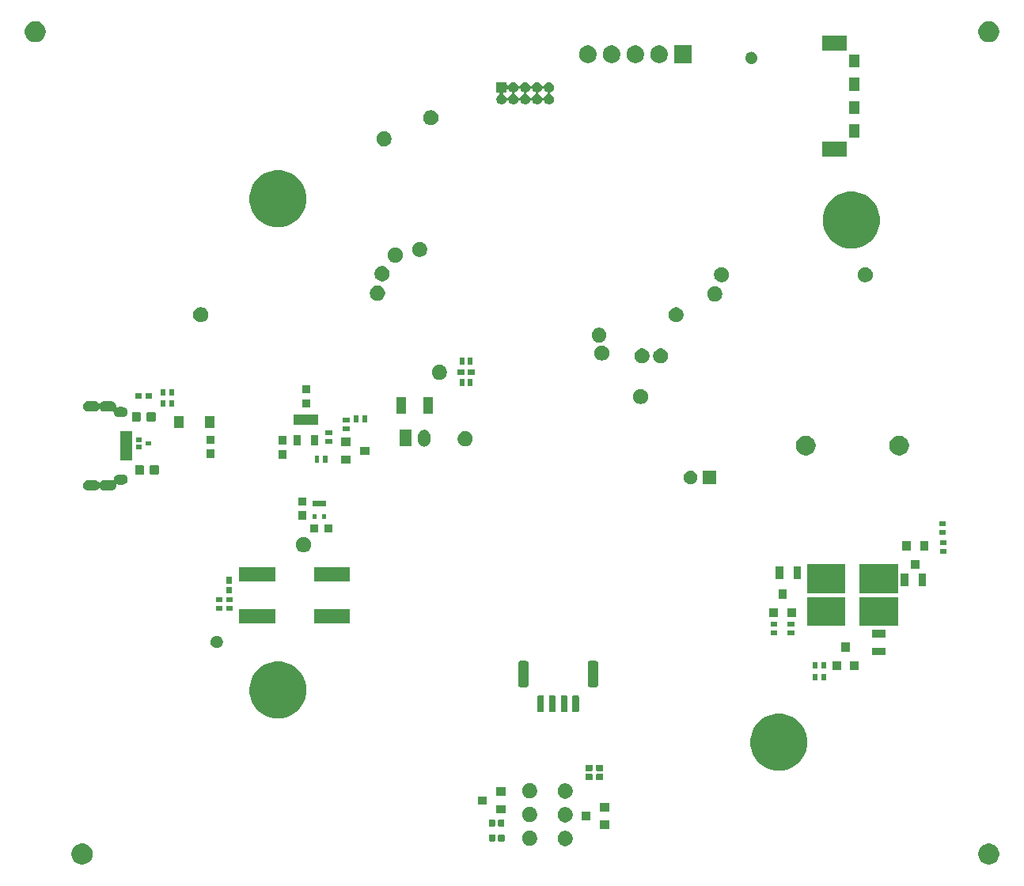
<source format=gbr>
G04 #@! TF.GenerationSoftware,KiCad,Pcbnew,(5.1.2)-2*
G04 #@! TF.CreationDate,2019-10-03T15:28:12-06:00*
G04 #@! TF.ProjectId,MagSensor,4d616753-656e-4736-9f72-2e6b69636164,rev?*
G04 #@! TF.SameCoordinates,Original*
G04 #@! TF.FileFunction,Soldermask,Top*
G04 #@! TF.FilePolarity,Negative*
%FSLAX46Y46*%
G04 Gerber Fmt 4.6, Leading zero omitted, Abs format (unit mm)*
G04 Created by KiCad (PCBNEW (5.1.2)-2) date 2019-10-03 15:28:12*
%MOMM*%
%LPD*%
G04 APERTURE LIST*
%ADD10C,0.100000*%
G04 APERTURE END LIST*
D10*
G36*
X173542565Y-169602301D02*
G01*
X173651238Y-169623917D01*
X173855975Y-169708722D01*
X174040233Y-169831840D01*
X174196932Y-169988539D01*
X174320050Y-170172797D01*
X174404855Y-170377534D01*
X174448088Y-170594881D01*
X174448088Y-170816487D01*
X174404855Y-171033834D01*
X174320050Y-171238571D01*
X174196932Y-171422829D01*
X174040233Y-171579528D01*
X173855975Y-171702646D01*
X173651238Y-171787451D01*
X173542564Y-171809068D01*
X173433892Y-171830684D01*
X173212284Y-171830684D01*
X173103612Y-171809068D01*
X172994938Y-171787451D01*
X172790201Y-171702646D01*
X172605943Y-171579528D01*
X172449244Y-171422829D01*
X172326126Y-171238571D01*
X172241321Y-171033834D01*
X172198088Y-170816487D01*
X172198088Y-170594881D01*
X172241321Y-170377534D01*
X172326126Y-170172797D01*
X172449244Y-169988539D01*
X172605943Y-169831840D01*
X172790201Y-169708722D01*
X172994938Y-169623917D01*
X173103611Y-169602301D01*
X173212284Y-169580684D01*
X173433892Y-169580684D01*
X173542565Y-169602301D01*
X173542565Y-169602301D01*
G37*
G36*
X76542565Y-169602301D02*
G01*
X76651238Y-169623917D01*
X76855975Y-169708722D01*
X77040233Y-169831840D01*
X77196932Y-169988539D01*
X77320050Y-170172797D01*
X77404855Y-170377534D01*
X77448088Y-170594881D01*
X77448088Y-170816487D01*
X77404855Y-171033834D01*
X77320050Y-171238571D01*
X77196932Y-171422829D01*
X77040233Y-171579528D01*
X76855975Y-171702646D01*
X76651238Y-171787451D01*
X76542564Y-171809068D01*
X76433892Y-171830684D01*
X76212284Y-171830684D01*
X76103612Y-171809068D01*
X75994938Y-171787451D01*
X75790201Y-171702646D01*
X75605943Y-171579528D01*
X75449244Y-171422829D01*
X75326126Y-171238571D01*
X75241321Y-171033834D01*
X75198088Y-170816487D01*
X75198088Y-170594881D01*
X75241321Y-170377534D01*
X75326126Y-170172797D01*
X75449244Y-169988539D01*
X75605943Y-169831840D01*
X75790201Y-169708722D01*
X75994938Y-169623917D01*
X76103611Y-169602301D01*
X76212284Y-169580684D01*
X76433892Y-169580684D01*
X76542565Y-169602301D01*
X76542565Y-169602301D01*
G37*
G36*
X128248940Y-168273888D02*
G01*
X128396713Y-168335098D01*
X128396714Y-168335099D01*
X128529708Y-168423962D01*
X128642810Y-168537064D01*
X128699017Y-168621184D01*
X128731674Y-168670059D01*
X128792884Y-168817832D01*
X128824088Y-168974708D01*
X128824088Y-169134660D01*
X128792884Y-169291536D01*
X128731674Y-169439309D01*
X128731673Y-169439310D01*
X128642810Y-169572304D01*
X128529708Y-169685406D01*
X128441613Y-169744269D01*
X128396713Y-169774270D01*
X128248940Y-169835480D01*
X128092064Y-169866684D01*
X127932112Y-169866684D01*
X127775236Y-169835480D01*
X127627463Y-169774270D01*
X127582563Y-169744269D01*
X127494468Y-169685406D01*
X127381366Y-169572304D01*
X127292503Y-169439310D01*
X127292502Y-169439309D01*
X127231292Y-169291536D01*
X127200088Y-169134660D01*
X127200088Y-168974708D01*
X127231292Y-168817832D01*
X127292502Y-168670059D01*
X127325159Y-168621184D01*
X127381366Y-168537064D01*
X127494468Y-168423962D01*
X127627462Y-168335099D01*
X127627463Y-168335098D01*
X127775236Y-168273888D01*
X127932112Y-168242684D01*
X128092064Y-168242684D01*
X128248940Y-168273888D01*
X128248940Y-168273888D01*
G37*
G36*
X124438940Y-168243888D02*
G01*
X124586713Y-168305098D01*
X124586714Y-168305099D01*
X124719708Y-168393962D01*
X124832810Y-168507064D01*
X124892187Y-168595928D01*
X124921674Y-168640059D01*
X124982884Y-168787832D01*
X125014088Y-168944708D01*
X125014088Y-169104660D01*
X124982884Y-169261536D01*
X124921674Y-169409309D01*
X124901628Y-169439310D01*
X124832810Y-169542304D01*
X124719708Y-169655406D01*
X124674809Y-169685406D01*
X124586713Y-169744270D01*
X124438940Y-169805480D01*
X124282064Y-169836684D01*
X124122112Y-169836684D01*
X123965236Y-169805480D01*
X123817463Y-169744270D01*
X123729367Y-169685406D01*
X123684468Y-169655406D01*
X123571366Y-169542304D01*
X123502548Y-169439310D01*
X123482502Y-169409309D01*
X123421292Y-169261536D01*
X123390088Y-169104660D01*
X123390088Y-168944708D01*
X123421292Y-168787832D01*
X123482502Y-168640059D01*
X123511989Y-168595928D01*
X123571366Y-168507064D01*
X123684468Y-168393962D01*
X123817462Y-168305099D01*
X123817463Y-168305098D01*
X123965236Y-168243888D01*
X124122112Y-168212684D01*
X124282064Y-168212684D01*
X124438940Y-168243888D01*
X124438940Y-168243888D01*
G37*
G36*
X120457931Y-168623890D02*
G01*
X120478451Y-168630115D01*
X120497364Y-168640224D01*
X120513942Y-168653830D01*
X120527548Y-168670408D01*
X120537657Y-168689321D01*
X120543882Y-168709841D01*
X120546588Y-168737322D01*
X120546588Y-169245046D01*
X120543882Y-169272527D01*
X120537657Y-169293047D01*
X120527548Y-169311960D01*
X120513942Y-169328538D01*
X120497364Y-169342144D01*
X120478451Y-169352253D01*
X120457931Y-169358478D01*
X120430450Y-169361184D01*
X119972726Y-169361184D01*
X119945245Y-169358478D01*
X119924725Y-169352253D01*
X119905812Y-169342144D01*
X119889234Y-169328538D01*
X119875628Y-169311960D01*
X119865519Y-169293047D01*
X119859294Y-169272527D01*
X119856588Y-169245046D01*
X119856588Y-168737322D01*
X119859294Y-168709841D01*
X119865519Y-168689321D01*
X119875628Y-168670408D01*
X119889234Y-168653830D01*
X119905812Y-168640224D01*
X119924725Y-168630115D01*
X119945245Y-168623890D01*
X119972726Y-168621184D01*
X120430450Y-168621184D01*
X120457931Y-168623890D01*
X120457931Y-168623890D01*
G37*
G36*
X121427931Y-168623890D02*
G01*
X121448451Y-168630115D01*
X121467364Y-168640224D01*
X121483942Y-168653830D01*
X121497548Y-168670408D01*
X121507657Y-168689321D01*
X121513882Y-168709841D01*
X121516588Y-168737322D01*
X121516588Y-169245046D01*
X121513882Y-169272527D01*
X121507657Y-169293047D01*
X121497548Y-169311960D01*
X121483942Y-169328538D01*
X121467364Y-169342144D01*
X121448451Y-169352253D01*
X121427931Y-169358478D01*
X121400450Y-169361184D01*
X120942726Y-169361184D01*
X120915245Y-169358478D01*
X120894725Y-169352253D01*
X120875812Y-169342144D01*
X120859234Y-169328538D01*
X120845628Y-169311960D01*
X120835519Y-169293047D01*
X120829294Y-169272527D01*
X120826588Y-169245046D01*
X120826588Y-168737322D01*
X120829294Y-168709841D01*
X120835519Y-168689321D01*
X120845628Y-168670408D01*
X120859234Y-168653830D01*
X120875812Y-168640224D01*
X120894725Y-168630115D01*
X120915245Y-168623890D01*
X120942726Y-168621184D01*
X121400450Y-168621184D01*
X121427931Y-168623890D01*
X121427931Y-168623890D01*
G37*
G36*
X132734588Y-168041684D02*
G01*
X131734588Y-168041684D01*
X131734588Y-167141684D01*
X132734588Y-167141684D01*
X132734588Y-168041684D01*
X132734588Y-168041684D01*
G37*
G36*
X120440431Y-167036390D02*
G01*
X120460951Y-167042615D01*
X120479864Y-167052724D01*
X120496442Y-167066330D01*
X120510048Y-167082908D01*
X120520157Y-167101821D01*
X120526382Y-167122341D01*
X120529088Y-167149822D01*
X120529088Y-167657546D01*
X120526382Y-167685027D01*
X120520157Y-167705547D01*
X120510048Y-167724460D01*
X120496442Y-167741038D01*
X120479864Y-167754644D01*
X120460951Y-167764753D01*
X120440431Y-167770978D01*
X120412950Y-167773684D01*
X119955226Y-167773684D01*
X119927745Y-167770978D01*
X119907225Y-167764753D01*
X119888312Y-167754644D01*
X119871734Y-167741038D01*
X119858128Y-167724460D01*
X119848019Y-167705547D01*
X119841794Y-167685027D01*
X119839088Y-167657546D01*
X119839088Y-167149822D01*
X119841794Y-167122341D01*
X119848019Y-167101821D01*
X119858128Y-167082908D01*
X119871734Y-167066330D01*
X119888312Y-167052724D01*
X119907225Y-167042615D01*
X119927745Y-167036390D01*
X119955226Y-167033684D01*
X120412950Y-167033684D01*
X120440431Y-167036390D01*
X120440431Y-167036390D01*
G37*
G36*
X121410431Y-167036390D02*
G01*
X121430951Y-167042615D01*
X121449864Y-167052724D01*
X121466442Y-167066330D01*
X121480048Y-167082908D01*
X121490157Y-167101821D01*
X121496382Y-167122341D01*
X121499088Y-167149822D01*
X121499088Y-167657546D01*
X121496382Y-167685027D01*
X121490157Y-167705547D01*
X121480048Y-167724460D01*
X121466442Y-167741038D01*
X121449864Y-167754644D01*
X121430951Y-167764753D01*
X121410431Y-167770978D01*
X121382950Y-167773684D01*
X120925226Y-167773684D01*
X120897745Y-167770978D01*
X120877225Y-167764753D01*
X120858312Y-167754644D01*
X120841734Y-167741038D01*
X120828128Y-167724460D01*
X120818019Y-167705547D01*
X120811794Y-167685027D01*
X120809088Y-167657546D01*
X120809088Y-167149822D01*
X120811794Y-167122341D01*
X120818019Y-167101821D01*
X120828128Y-167082908D01*
X120841734Y-167066330D01*
X120858312Y-167052724D01*
X120877225Y-167042615D01*
X120897745Y-167036390D01*
X120925226Y-167033684D01*
X121382950Y-167033684D01*
X121410431Y-167036390D01*
X121410431Y-167036390D01*
G37*
G36*
X128248940Y-165733888D02*
G01*
X128396713Y-165795098D01*
X128396714Y-165795099D01*
X128529708Y-165883962D01*
X128642810Y-165997064D01*
X128702187Y-166085928D01*
X128731674Y-166130059D01*
X128792884Y-166277832D01*
X128824088Y-166434708D01*
X128824088Y-166594660D01*
X128792884Y-166751536D01*
X128731674Y-166899309D01*
X128731673Y-166899310D01*
X128642810Y-167032304D01*
X128529708Y-167145406D01*
X128489112Y-167172531D01*
X128396713Y-167234270D01*
X128248940Y-167295480D01*
X128092064Y-167326684D01*
X127932112Y-167326684D01*
X127775236Y-167295480D01*
X127627463Y-167234270D01*
X127535064Y-167172531D01*
X127494468Y-167145406D01*
X127381366Y-167032304D01*
X127292503Y-166899310D01*
X127292502Y-166899309D01*
X127231292Y-166751536D01*
X127200088Y-166594660D01*
X127200088Y-166434708D01*
X127231292Y-166277832D01*
X127292502Y-166130059D01*
X127321989Y-166085928D01*
X127381366Y-165997064D01*
X127494468Y-165883962D01*
X127627462Y-165795099D01*
X127627463Y-165795098D01*
X127775236Y-165733888D01*
X127932112Y-165702684D01*
X128092064Y-165702684D01*
X128248940Y-165733888D01*
X128248940Y-165733888D01*
G37*
G36*
X124438940Y-165703888D02*
G01*
X124586713Y-165765098D01*
X124586714Y-165765099D01*
X124719708Y-165853962D01*
X124832810Y-165967064D01*
X124892187Y-166055928D01*
X124921674Y-166100059D01*
X124982884Y-166247832D01*
X125014088Y-166404708D01*
X125014088Y-166564660D01*
X124982884Y-166721536D01*
X124921674Y-166869309D01*
X124901628Y-166899310D01*
X124832810Y-167002304D01*
X124719708Y-167115406D01*
X124674809Y-167145406D01*
X124586713Y-167204270D01*
X124438940Y-167265480D01*
X124282064Y-167296684D01*
X124122112Y-167296684D01*
X123965236Y-167265480D01*
X123817463Y-167204270D01*
X123729367Y-167145406D01*
X123684468Y-167115406D01*
X123571366Y-167002304D01*
X123502548Y-166899310D01*
X123482502Y-166869309D01*
X123421292Y-166721536D01*
X123390088Y-166564660D01*
X123390088Y-166404708D01*
X123421292Y-166247832D01*
X123482502Y-166100059D01*
X123511989Y-166055928D01*
X123571366Y-165967064D01*
X123684468Y-165853962D01*
X123817462Y-165765099D01*
X123817463Y-165765098D01*
X123965236Y-165703888D01*
X124122112Y-165672684D01*
X124282064Y-165672684D01*
X124438940Y-165703888D01*
X124438940Y-165703888D01*
G37*
G36*
X130734588Y-167091684D02*
G01*
X129734588Y-167091684D01*
X129734588Y-166191684D01*
X130734588Y-166191684D01*
X130734588Y-167091684D01*
X130734588Y-167091684D01*
G37*
G36*
X121638088Y-166390684D02*
G01*
X120638088Y-166390684D01*
X120638088Y-165490684D01*
X121638088Y-165490684D01*
X121638088Y-166390684D01*
X121638088Y-166390684D01*
G37*
G36*
X132734588Y-166141684D02*
G01*
X131734588Y-166141684D01*
X131734588Y-165241684D01*
X132734588Y-165241684D01*
X132734588Y-166141684D01*
X132734588Y-166141684D01*
G37*
G36*
X119638088Y-165440684D02*
G01*
X118638088Y-165440684D01*
X118638088Y-164540684D01*
X119638088Y-164540684D01*
X119638088Y-165440684D01*
X119638088Y-165440684D01*
G37*
G36*
X128248940Y-163193888D02*
G01*
X128396713Y-163255098D01*
X128396714Y-163255099D01*
X128529708Y-163343962D01*
X128642810Y-163457064D01*
X128702187Y-163545928D01*
X128731674Y-163590059D01*
X128792884Y-163737832D01*
X128824088Y-163894708D01*
X128824088Y-164054660D01*
X128792884Y-164211536D01*
X128731674Y-164359309D01*
X128731673Y-164359310D01*
X128642810Y-164492304D01*
X128529708Y-164605406D01*
X128441613Y-164664269D01*
X128396713Y-164694270D01*
X128248940Y-164755480D01*
X128092064Y-164786684D01*
X127932112Y-164786684D01*
X127775236Y-164755480D01*
X127627463Y-164694270D01*
X127582563Y-164664269D01*
X127494468Y-164605406D01*
X127381366Y-164492304D01*
X127292503Y-164359310D01*
X127292502Y-164359309D01*
X127231292Y-164211536D01*
X127200088Y-164054660D01*
X127200088Y-163894708D01*
X127231292Y-163737832D01*
X127292502Y-163590059D01*
X127321989Y-163545928D01*
X127381366Y-163457064D01*
X127494468Y-163343962D01*
X127627462Y-163255099D01*
X127627463Y-163255098D01*
X127775236Y-163193888D01*
X127932112Y-163162684D01*
X128092064Y-163162684D01*
X128248940Y-163193888D01*
X128248940Y-163193888D01*
G37*
G36*
X124438940Y-163163888D02*
G01*
X124586713Y-163225098D01*
X124586714Y-163225099D01*
X124719708Y-163313962D01*
X124832810Y-163427064D01*
X124892187Y-163515928D01*
X124921674Y-163560059D01*
X124982884Y-163707832D01*
X125014088Y-163864708D01*
X125014088Y-164024660D01*
X124982884Y-164181536D01*
X124921674Y-164329309D01*
X124901628Y-164359310D01*
X124832810Y-164462304D01*
X124719708Y-164575406D01*
X124674809Y-164605406D01*
X124586713Y-164664270D01*
X124438940Y-164725480D01*
X124282064Y-164756684D01*
X124122112Y-164756684D01*
X123965236Y-164725480D01*
X123817463Y-164664270D01*
X123729367Y-164605406D01*
X123684468Y-164575406D01*
X123571366Y-164462304D01*
X123502548Y-164359310D01*
X123482502Y-164329309D01*
X123421292Y-164181536D01*
X123390088Y-164024660D01*
X123390088Y-163864708D01*
X123421292Y-163707832D01*
X123482502Y-163560059D01*
X123511989Y-163515928D01*
X123571366Y-163427064D01*
X123684468Y-163313962D01*
X123817462Y-163225099D01*
X123817463Y-163225098D01*
X123965236Y-163163888D01*
X124122112Y-163132684D01*
X124282064Y-163132684D01*
X124438940Y-163163888D01*
X124438940Y-163163888D01*
G37*
G36*
X121638088Y-164490684D02*
G01*
X120638088Y-164490684D01*
X120638088Y-163590684D01*
X121638088Y-163590684D01*
X121638088Y-164490684D01*
X121638088Y-164490684D01*
G37*
G36*
X130833431Y-162125890D02*
G01*
X130853951Y-162132115D01*
X130872864Y-162142224D01*
X130889442Y-162155830D01*
X130903048Y-162172408D01*
X130913157Y-162191321D01*
X130919382Y-162211841D01*
X130922088Y-162239322D01*
X130922088Y-162697046D01*
X130919382Y-162724527D01*
X130913157Y-162745047D01*
X130903048Y-162763960D01*
X130889442Y-162780538D01*
X130872864Y-162794144D01*
X130853951Y-162804253D01*
X130833431Y-162810478D01*
X130805950Y-162813184D01*
X130298226Y-162813184D01*
X130270745Y-162810478D01*
X130250225Y-162804253D01*
X130231312Y-162794144D01*
X130214734Y-162780538D01*
X130201128Y-162763960D01*
X130191019Y-162745047D01*
X130184794Y-162724527D01*
X130182088Y-162697046D01*
X130182088Y-162239322D01*
X130184794Y-162211841D01*
X130191019Y-162191321D01*
X130201128Y-162172408D01*
X130214734Y-162155830D01*
X130231312Y-162142224D01*
X130250225Y-162132115D01*
X130270745Y-162125890D01*
X130298226Y-162123184D01*
X130805950Y-162123184D01*
X130833431Y-162125890D01*
X130833431Y-162125890D01*
G37*
G36*
X131976431Y-162125890D02*
G01*
X131996951Y-162132115D01*
X132015864Y-162142224D01*
X132032442Y-162155830D01*
X132046048Y-162172408D01*
X132056157Y-162191321D01*
X132062382Y-162211841D01*
X132065088Y-162239322D01*
X132065088Y-162697046D01*
X132062382Y-162724527D01*
X132056157Y-162745047D01*
X132046048Y-162763960D01*
X132032442Y-162780538D01*
X132015864Y-162794144D01*
X131996951Y-162804253D01*
X131976431Y-162810478D01*
X131948950Y-162813184D01*
X131441226Y-162813184D01*
X131413745Y-162810478D01*
X131393225Y-162804253D01*
X131374312Y-162794144D01*
X131357734Y-162780538D01*
X131344128Y-162763960D01*
X131334019Y-162745047D01*
X131327794Y-162724527D01*
X131325088Y-162697046D01*
X131325088Y-162239322D01*
X131327794Y-162211841D01*
X131334019Y-162191321D01*
X131344128Y-162172408D01*
X131357734Y-162155830D01*
X131374312Y-162142224D01*
X131393225Y-162132115D01*
X131413745Y-162125890D01*
X131441226Y-162123184D01*
X131948950Y-162123184D01*
X131976431Y-162125890D01*
X131976431Y-162125890D01*
G37*
G36*
X130833431Y-161155890D02*
G01*
X130853951Y-161162115D01*
X130872864Y-161172224D01*
X130889442Y-161185830D01*
X130903048Y-161202408D01*
X130913157Y-161221321D01*
X130919382Y-161241841D01*
X130922088Y-161269322D01*
X130922088Y-161727046D01*
X130919382Y-161754527D01*
X130913157Y-161775047D01*
X130903048Y-161793960D01*
X130889442Y-161810538D01*
X130872864Y-161824144D01*
X130853951Y-161834253D01*
X130833431Y-161840478D01*
X130805950Y-161843184D01*
X130298226Y-161843184D01*
X130270745Y-161840478D01*
X130250225Y-161834253D01*
X130231312Y-161824144D01*
X130214734Y-161810538D01*
X130201128Y-161793960D01*
X130191019Y-161775047D01*
X130184794Y-161754527D01*
X130182088Y-161727046D01*
X130182088Y-161269322D01*
X130184794Y-161241841D01*
X130191019Y-161221321D01*
X130201128Y-161202408D01*
X130214734Y-161185830D01*
X130231312Y-161172224D01*
X130250225Y-161162115D01*
X130270745Y-161155890D01*
X130298226Y-161153184D01*
X130805950Y-161153184D01*
X130833431Y-161155890D01*
X130833431Y-161155890D01*
G37*
G36*
X131976431Y-161155890D02*
G01*
X131996951Y-161162115D01*
X132015864Y-161172224D01*
X132032442Y-161185830D01*
X132046048Y-161202408D01*
X132056157Y-161221321D01*
X132062382Y-161241841D01*
X132065088Y-161269322D01*
X132065088Y-161727046D01*
X132062382Y-161754527D01*
X132056157Y-161775047D01*
X132046048Y-161793960D01*
X132032442Y-161810538D01*
X132015864Y-161824144D01*
X131996951Y-161834253D01*
X131976431Y-161840478D01*
X131948950Y-161843184D01*
X131441226Y-161843184D01*
X131413745Y-161840478D01*
X131393225Y-161834253D01*
X131374312Y-161824144D01*
X131357734Y-161810538D01*
X131344128Y-161793960D01*
X131334019Y-161775047D01*
X131327794Y-161754527D01*
X131325088Y-161727046D01*
X131325088Y-161269322D01*
X131327794Y-161241841D01*
X131334019Y-161221321D01*
X131344128Y-161202408D01*
X131357734Y-161185830D01*
X131374312Y-161172224D01*
X131393225Y-161162115D01*
X131413745Y-161155890D01*
X131441226Y-161153184D01*
X131948950Y-161153184D01*
X131976431Y-161155890D01*
X131976431Y-161155890D01*
G37*
G36*
X151260251Y-155716679D02*
G01*
X151765652Y-155817209D01*
X152320717Y-156047125D01*
X152820262Y-156380910D01*
X153245090Y-156805738D01*
X153578875Y-157305283D01*
X153808791Y-157860348D01*
X153926000Y-158449601D01*
X153926000Y-159050399D01*
X153808791Y-159639652D01*
X153578875Y-160194717D01*
X153245090Y-160694262D01*
X152820262Y-161119090D01*
X152320717Y-161452875D01*
X151765652Y-161682791D01*
X151260251Y-161783321D01*
X151176400Y-161800000D01*
X150575600Y-161800000D01*
X150491749Y-161783321D01*
X149986348Y-161682791D01*
X149431283Y-161452875D01*
X148931738Y-161119090D01*
X148506910Y-160694262D01*
X148173125Y-160194717D01*
X147943209Y-159639652D01*
X147826000Y-159050399D01*
X147826000Y-158449601D01*
X147943209Y-157860348D01*
X148173125Y-157305283D01*
X148506910Y-156805738D01*
X148931738Y-156380910D01*
X149431283Y-156047125D01*
X149986348Y-155817209D01*
X150491749Y-155716679D01*
X150575600Y-155700000D01*
X151176400Y-155700000D01*
X151260251Y-155716679D01*
X151260251Y-155716679D01*
G37*
G36*
X97666251Y-150128679D02*
G01*
X98171652Y-150229209D01*
X98726717Y-150459125D01*
X99226262Y-150792910D01*
X99651090Y-151217738D01*
X99984875Y-151717283D01*
X100214791Y-152272348D01*
X100295385Y-152677524D01*
X100316966Y-152786017D01*
X100332000Y-152861601D01*
X100332000Y-153462399D01*
X100214791Y-154051652D01*
X99984875Y-154606717D01*
X99651090Y-155106262D01*
X99226262Y-155531090D01*
X98726717Y-155864875D01*
X98171652Y-156094791D01*
X97666251Y-156195321D01*
X97582400Y-156212000D01*
X96981600Y-156212000D01*
X96897749Y-156195321D01*
X96392348Y-156094791D01*
X95837283Y-155864875D01*
X95337738Y-155531090D01*
X94912910Y-155106262D01*
X94579125Y-154606717D01*
X94349209Y-154051652D01*
X94232000Y-153462399D01*
X94232000Y-152861601D01*
X94247035Y-152786017D01*
X94268615Y-152677524D01*
X94349209Y-152272348D01*
X94579125Y-151717283D01*
X94912910Y-151217738D01*
X95337738Y-150792910D01*
X95837283Y-150459125D01*
X96392348Y-150229209D01*
X96897749Y-150128679D01*
X96981600Y-150112000D01*
X97582400Y-150112000D01*
X97666251Y-150128679D01*
X97666251Y-150128679D01*
G37*
G36*
X129384415Y-153751438D02*
G01*
X129405410Y-153757807D01*
X129424752Y-153768146D01*
X129441710Y-153782062D01*
X129455626Y-153799020D01*
X129465965Y-153818362D01*
X129472334Y-153839357D01*
X129475088Y-153867322D01*
X129475088Y-155430046D01*
X129472334Y-155458011D01*
X129465965Y-155479006D01*
X129455626Y-155498348D01*
X129441710Y-155515306D01*
X129424752Y-155529222D01*
X129405410Y-155539561D01*
X129384415Y-155545930D01*
X129356450Y-155548684D01*
X128893726Y-155548684D01*
X128865761Y-155545930D01*
X128844766Y-155539561D01*
X128825424Y-155529222D01*
X128808466Y-155515306D01*
X128794550Y-155498348D01*
X128784211Y-155479006D01*
X128777842Y-155458011D01*
X128775088Y-155430046D01*
X128775088Y-153867322D01*
X128777842Y-153839357D01*
X128784211Y-153818362D01*
X128794550Y-153799020D01*
X128808466Y-153782062D01*
X128825424Y-153768146D01*
X128844766Y-153757807D01*
X128865761Y-153751438D01*
X128893726Y-153748684D01*
X129356450Y-153748684D01*
X129384415Y-153751438D01*
X129384415Y-153751438D01*
G37*
G36*
X128134415Y-153751438D02*
G01*
X128155410Y-153757807D01*
X128174752Y-153768146D01*
X128191710Y-153782062D01*
X128205626Y-153799020D01*
X128215965Y-153818362D01*
X128222334Y-153839357D01*
X128225088Y-153867322D01*
X128225088Y-155430046D01*
X128222334Y-155458011D01*
X128215965Y-155479006D01*
X128205626Y-155498348D01*
X128191710Y-155515306D01*
X128174752Y-155529222D01*
X128155410Y-155539561D01*
X128134415Y-155545930D01*
X128106450Y-155548684D01*
X127643726Y-155548684D01*
X127615761Y-155545930D01*
X127594766Y-155539561D01*
X127575424Y-155529222D01*
X127558466Y-155515306D01*
X127544550Y-155498348D01*
X127534211Y-155479006D01*
X127527842Y-155458011D01*
X127525088Y-155430046D01*
X127525088Y-153867322D01*
X127527842Y-153839357D01*
X127534211Y-153818362D01*
X127544550Y-153799020D01*
X127558466Y-153782062D01*
X127575424Y-153768146D01*
X127594766Y-153757807D01*
X127615761Y-153751438D01*
X127643726Y-153748684D01*
X128106450Y-153748684D01*
X128134415Y-153751438D01*
X128134415Y-153751438D01*
G37*
G36*
X125634415Y-153751438D02*
G01*
X125655410Y-153757807D01*
X125674752Y-153768146D01*
X125691710Y-153782062D01*
X125705626Y-153799020D01*
X125715965Y-153818362D01*
X125722334Y-153839357D01*
X125725088Y-153867322D01*
X125725088Y-155430046D01*
X125722334Y-155458011D01*
X125715965Y-155479006D01*
X125705626Y-155498348D01*
X125691710Y-155515306D01*
X125674752Y-155529222D01*
X125655410Y-155539561D01*
X125634415Y-155545930D01*
X125606450Y-155548684D01*
X125143726Y-155548684D01*
X125115761Y-155545930D01*
X125094766Y-155539561D01*
X125075424Y-155529222D01*
X125058466Y-155515306D01*
X125044550Y-155498348D01*
X125034211Y-155479006D01*
X125027842Y-155458011D01*
X125025088Y-155430046D01*
X125025088Y-153867322D01*
X125027842Y-153839357D01*
X125034211Y-153818362D01*
X125044550Y-153799020D01*
X125058466Y-153782062D01*
X125075424Y-153768146D01*
X125094766Y-153757807D01*
X125115761Y-153751438D01*
X125143726Y-153748684D01*
X125606450Y-153748684D01*
X125634415Y-153751438D01*
X125634415Y-153751438D01*
G37*
G36*
X126884415Y-153751438D02*
G01*
X126905410Y-153757807D01*
X126924752Y-153768146D01*
X126941710Y-153782062D01*
X126955626Y-153799020D01*
X126965965Y-153818362D01*
X126972334Y-153839357D01*
X126975088Y-153867322D01*
X126975088Y-155430046D01*
X126972334Y-155458011D01*
X126965965Y-155479006D01*
X126955626Y-155498348D01*
X126941710Y-155515306D01*
X126924752Y-155529222D01*
X126905410Y-155539561D01*
X126884415Y-155545930D01*
X126856450Y-155548684D01*
X126393726Y-155548684D01*
X126365761Y-155545930D01*
X126344766Y-155539561D01*
X126325424Y-155529222D01*
X126308466Y-155515306D01*
X126294550Y-155498348D01*
X126284211Y-155479006D01*
X126277842Y-155458011D01*
X126275088Y-155430046D01*
X126275088Y-153867322D01*
X126277842Y-153839357D01*
X126284211Y-153818362D01*
X126294550Y-153799020D01*
X126308466Y-153782062D01*
X126325424Y-153768146D01*
X126344766Y-153757807D01*
X126365761Y-153751438D01*
X126393726Y-153748684D01*
X126856450Y-153748684D01*
X126884415Y-153751438D01*
X126884415Y-153751438D01*
G37*
G36*
X131353928Y-150053360D02*
G01*
X131393676Y-150065418D01*
X131430310Y-150084999D01*
X131462421Y-150111351D01*
X131488773Y-150143462D01*
X131508354Y-150180096D01*
X131520412Y-150219844D01*
X131525088Y-150267324D01*
X131525088Y-152630044D01*
X131520412Y-152677524D01*
X131508354Y-152717272D01*
X131488773Y-152753906D01*
X131462421Y-152786017D01*
X131430310Y-152812369D01*
X131393676Y-152831950D01*
X131353928Y-152844008D01*
X131306448Y-152848684D01*
X130643728Y-152848684D01*
X130596248Y-152844008D01*
X130556500Y-152831950D01*
X130519866Y-152812369D01*
X130487755Y-152786017D01*
X130461403Y-152753906D01*
X130441822Y-152717272D01*
X130429764Y-152677524D01*
X130425088Y-152630044D01*
X130425088Y-150267324D01*
X130429764Y-150219844D01*
X130441822Y-150180096D01*
X130461403Y-150143462D01*
X130487755Y-150111351D01*
X130519866Y-150084999D01*
X130556500Y-150065418D01*
X130596248Y-150053360D01*
X130643728Y-150048684D01*
X131306448Y-150048684D01*
X131353928Y-150053360D01*
X131353928Y-150053360D01*
G37*
G36*
X123903928Y-150053360D02*
G01*
X123943676Y-150065418D01*
X123980310Y-150084999D01*
X124012421Y-150111351D01*
X124038773Y-150143462D01*
X124058354Y-150180096D01*
X124070412Y-150219844D01*
X124075088Y-150267324D01*
X124075088Y-152630044D01*
X124070412Y-152677524D01*
X124058354Y-152717272D01*
X124038773Y-152753906D01*
X124012421Y-152786017D01*
X123980310Y-152812369D01*
X123943676Y-152831950D01*
X123903928Y-152844008D01*
X123856448Y-152848684D01*
X123193728Y-152848684D01*
X123146248Y-152844008D01*
X123106500Y-152831950D01*
X123069866Y-152812369D01*
X123037755Y-152786017D01*
X123011403Y-152753906D01*
X122991822Y-152717272D01*
X122979764Y-152677524D01*
X122975088Y-152630044D01*
X122975088Y-150267324D01*
X122979764Y-150219844D01*
X122991822Y-150180096D01*
X123011403Y-150143462D01*
X123037755Y-150111351D01*
X123069866Y-150084999D01*
X123106500Y-150065418D01*
X123146248Y-150053360D01*
X123193728Y-150048684D01*
X123856448Y-150048684D01*
X123903928Y-150053360D01*
X123903928Y-150053360D01*
G37*
G36*
X155923088Y-152130684D02*
G01*
X155423088Y-152130684D01*
X155423088Y-151430684D01*
X155923088Y-151430684D01*
X155923088Y-152130684D01*
X155923088Y-152130684D01*
G37*
G36*
X155023088Y-152130684D02*
G01*
X154523088Y-152130684D01*
X154523088Y-151430684D01*
X155023088Y-151430684D01*
X155023088Y-152130684D01*
X155023088Y-152130684D01*
G37*
G36*
X157498088Y-151055684D02*
G01*
X156598088Y-151055684D01*
X156598088Y-150055684D01*
X157498088Y-150055684D01*
X157498088Y-151055684D01*
X157498088Y-151055684D01*
G37*
G36*
X159398088Y-151055684D02*
G01*
X158498088Y-151055684D01*
X158498088Y-150055684D01*
X159398088Y-150055684D01*
X159398088Y-151055684D01*
X159398088Y-151055684D01*
G37*
G36*
X155923088Y-150880684D02*
G01*
X155423088Y-150880684D01*
X155423088Y-150180684D01*
X155923088Y-150180684D01*
X155923088Y-150880684D01*
X155923088Y-150880684D01*
G37*
G36*
X155023088Y-150880684D02*
G01*
X154523088Y-150880684D01*
X154523088Y-150180684D01*
X155023088Y-150180684D01*
X155023088Y-150880684D01*
X155023088Y-150880684D01*
G37*
G36*
X162240088Y-149449684D02*
G01*
X160840088Y-149449684D01*
X160840088Y-148649684D01*
X162240088Y-148649684D01*
X162240088Y-149449684D01*
X162240088Y-149449684D01*
G37*
G36*
X158448088Y-149055684D02*
G01*
X157548088Y-149055684D01*
X157548088Y-148055684D01*
X158448088Y-148055684D01*
X158448088Y-149055684D01*
X158448088Y-149055684D01*
G37*
G36*
X90870826Y-147372337D02*
G01*
X90912686Y-147380663D01*
X90961684Y-147400959D01*
X91030977Y-147429661D01*
X91030978Y-147429662D01*
X91137439Y-147500796D01*
X91227976Y-147591333D01*
X91275506Y-147662468D01*
X91299111Y-147697795D01*
X91348109Y-147816087D01*
X91373088Y-147941663D01*
X91373088Y-148069705D01*
X91348109Y-148195281D01*
X91299111Y-148313573D01*
X91299110Y-148313574D01*
X91227976Y-148420035D01*
X91137439Y-148510572D01*
X91066304Y-148558102D01*
X91030977Y-148581707D01*
X90961684Y-148610409D01*
X90912686Y-148630705D01*
X90870826Y-148639031D01*
X90787109Y-148655684D01*
X90659067Y-148655684D01*
X90575350Y-148639031D01*
X90533490Y-148630705D01*
X90484492Y-148610409D01*
X90415199Y-148581707D01*
X90379872Y-148558102D01*
X90308737Y-148510572D01*
X90218200Y-148420035D01*
X90147066Y-148313574D01*
X90147065Y-148313573D01*
X90098067Y-148195281D01*
X90073088Y-148069705D01*
X90073088Y-147941663D01*
X90098067Y-147816087D01*
X90147065Y-147697795D01*
X90170670Y-147662468D01*
X90218200Y-147591333D01*
X90308737Y-147500796D01*
X90415198Y-147429662D01*
X90415199Y-147429661D01*
X90484492Y-147400959D01*
X90533490Y-147380663D01*
X90575350Y-147372337D01*
X90659067Y-147355684D01*
X90787109Y-147355684D01*
X90870826Y-147372337D01*
X90870826Y-147372337D01*
G37*
G36*
X162240088Y-147549684D02*
G01*
X160840088Y-147549684D01*
X160840088Y-146749684D01*
X162240088Y-146749684D01*
X162240088Y-147549684D01*
X162240088Y-147549684D01*
G37*
G36*
X150723088Y-147280684D02*
G01*
X150023088Y-147280684D01*
X150023088Y-146780684D01*
X150723088Y-146780684D01*
X150723088Y-147280684D01*
X150723088Y-147280684D01*
G37*
G36*
X152523088Y-147280684D02*
G01*
X151823088Y-147280684D01*
X151823088Y-146780684D01*
X152523088Y-146780684D01*
X152523088Y-147280684D01*
X152523088Y-147280684D01*
G37*
G36*
X150723088Y-146380684D02*
G01*
X150023088Y-146380684D01*
X150023088Y-145880684D01*
X150723088Y-145880684D01*
X150723088Y-146380684D01*
X150723088Y-146380684D01*
G37*
G36*
X152523088Y-146380684D02*
G01*
X151823088Y-146380684D01*
X151823088Y-145880684D01*
X152523088Y-145880684D01*
X152523088Y-146380684D01*
X152523088Y-146380684D01*
G37*
G36*
X163600000Y-146302000D02*
G01*
X159500000Y-146302000D01*
X159500000Y-143202000D01*
X163600000Y-143202000D01*
X163600000Y-146302000D01*
X163600000Y-146302000D01*
G37*
G36*
X158000000Y-146302000D02*
G01*
X153900000Y-146302000D01*
X153900000Y-143202000D01*
X158000000Y-143202000D01*
X158000000Y-146302000D01*
X158000000Y-146302000D01*
G37*
G36*
X96985000Y-146002000D02*
G01*
X93135000Y-146002000D01*
X93135000Y-144502000D01*
X96985000Y-144502000D01*
X96985000Y-146002000D01*
X96985000Y-146002000D01*
G37*
G36*
X104985000Y-146002000D02*
G01*
X101135000Y-146002000D01*
X101135000Y-144502000D01*
X104985000Y-144502000D01*
X104985000Y-146002000D01*
X104985000Y-146002000D01*
G37*
G36*
X152673088Y-145380684D02*
G01*
X151773088Y-145380684D01*
X151773088Y-144380684D01*
X152673088Y-144380684D01*
X152673088Y-145380684D01*
X152673088Y-145380684D01*
G37*
G36*
X150773088Y-145380684D02*
G01*
X149873088Y-145380684D01*
X149873088Y-144380684D01*
X150773088Y-144380684D01*
X150773088Y-145380684D01*
X150773088Y-145380684D01*
G37*
G36*
X91343088Y-144655684D02*
G01*
X90643088Y-144655684D01*
X90643088Y-144155684D01*
X91343088Y-144155684D01*
X91343088Y-144655684D01*
X91343088Y-144655684D01*
G37*
G36*
X92423088Y-144655684D02*
G01*
X91723088Y-144655684D01*
X91723088Y-144155684D01*
X92423088Y-144155684D01*
X92423088Y-144655684D01*
X92423088Y-144655684D01*
G37*
G36*
X91343088Y-143755684D02*
G01*
X90643088Y-143755684D01*
X90643088Y-143255684D01*
X91343088Y-143255684D01*
X91343088Y-143755684D01*
X91343088Y-143755684D01*
G37*
G36*
X92423088Y-143755684D02*
G01*
X91723088Y-143755684D01*
X91723088Y-143255684D01*
X92423088Y-143255684D01*
X92423088Y-143755684D01*
X92423088Y-143755684D01*
G37*
G36*
X151723088Y-143380684D02*
G01*
X150823088Y-143380684D01*
X150823088Y-142380684D01*
X151723088Y-142380684D01*
X151723088Y-143380684D01*
X151723088Y-143380684D01*
G37*
G36*
X92373088Y-142855684D02*
G01*
X91773088Y-142855684D01*
X91773088Y-142155684D01*
X92373088Y-142155684D01*
X92373088Y-142855684D01*
X92373088Y-142855684D01*
G37*
G36*
X158000000Y-142802000D02*
G01*
X153900000Y-142802000D01*
X153900000Y-139702000D01*
X158000000Y-139702000D01*
X158000000Y-142802000D01*
X158000000Y-142802000D01*
G37*
G36*
X163600000Y-142802000D02*
G01*
X159500000Y-142802000D01*
X159500000Y-139702000D01*
X163600000Y-139702000D01*
X163600000Y-142802000D01*
X163600000Y-142802000D01*
G37*
G36*
X164698088Y-142080684D02*
G01*
X163898088Y-142080684D01*
X163898088Y-140680684D01*
X164698088Y-140680684D01*
X164698088Y-142080684D01*
X164698088Y-142080684D01*
G37*
G36*
X166598088Y-142080684D02*
G01*
X165798088Y-142080684D01*
X165798088Y-140680684D01*
X166598088Y-140680684D01*
X166598088Y-142080684D01*
X166598088Y-142080684D01*
G37*
G36*
X92373088Y-141755684D02*
G01*
X91773088Y-141755684D01*
X91773088Y-141055684D01*
X92373088Y-141055684D01*
X92373088Y-141755684D01*
X92373088Y-141755684D01*
G37*
G36*
X96985000Y-141502000D02*
G01*
X93135000Y-141502000D01*
X93135000Y-140002000D01*
X96985000Y-140002000D01*
X96985000Y-141502000D01*
X96985000Y-141502000D01*
G37*
G36*
X104985000Y-141502000D02*
G01*
X101135000Y-141502000D01*
X101135000Y-140002000D01*
X104985000Y-140002000D01*
X104985000Y-141502000D01*
X104985000Y-141502000D01*
G37*
G36*
X151338088Y-141306684D02*
G01*
X150538088Y-141306684D01*
X150538088Y-139906684D01*
X151338088Y-139906684D01*
X151338088Y-141306684D01*
X151338088Y-141306684D01*
G37*
G36*
X153238088Y-141306684D02*
G01*
X152438088Y-141306684D01*
X152438088Y-139906684D01*
X153238088Y-139906684D01*
X153238088Y-141306684D01*
X153238088Y-141306684D01*
G37*
G36*
X165923088Y-140230684D02*
G01*
X165023088Y-140230684D01*
X165023088Y-139230684D01*
X165923088Y-139230684D01*
X165923088Y-140230684D01*
X165923088Y-140230684D01*
G37*
G36*
X168798888Y-138563484D02*
G01*
X168098888Y-138563484D01*
X168098888Y-138063484D01*
X168798888Y-138063484D01*
X168798888Y-138563484D01*
X168798888Y-138563484D01*
G37*
G36*
X100240940Y-136823288D02*
G01*
X100388713Y-136884498D01*
X100388714Y-136884499D01*
X100521708Y-136973362D01*
X100634810Y-137086464D01*
X100686273Y-137163484D01*
X100723674Y-137219459D01*
X100784884Y-137367232D01*
X100816088Y-137524108D01*
X100816088Y-137684060D01*
X100784884Y-137840936D01*
X100723674Y-137988709D01*
X100723673Y-137988710D01*
X100634810Y-138121704D01*
X100521708Y-138234806D01*
X100432844Y-138294183D01*
X100388713Y-138323670D01*
X100240940Y-138384880D01*
X100084064Y-138416084D01*
X99924112Y-138416084D01*
X99767236Y-138384880D01*
X99619463Y-138323670D01*
X99575332Y-138294183D01*
X99486468Y-138234806D01*
X99373366Y-138121704D01*
X99284503Y-137988710D01*
X99284502Y-137988709D01*
X99223292Y-137840936D01*
X99192088Y-137684060D01*
X99192088Y-137524108D01*
X99223292Y-137367232D01*
X99284502Y-137219459D01*
X99321903Y-137163484D01*
X99373366Y-137086464D01*
X99486468Y-136973362D01*
X99619462Y-136884499D01*
X99619463Y-136884498D01*
X99767236Y-136823288D01*
X99924112Y-136792084D01*
X100084064Y-136792084D01*
X100240940Y-136823288D01*
X100240940Y-136823288D01*
G37*
G36*
X164973088Y-138230684D02*
G01*
X164073088Y-138230684D01*
X164073088Y-137230684D01*
X164973088Y-137230684D01*
X164973088Y-138230684D01*
X164973088Y-138230684D01*
G37*
G36*
X166873088Y-138230684D02*
G01*
X165973088Y-138230684D01*
X165973088Y-137230684D01*
X166873088Y-137230684D01*
X166873088Y-138230684D01*
X166873088Y-138230684D01*
G37*
G36*
X168798888Y-137663484D02*
G01*
X168098888Y-137663484D01*
X168098888Y-137163484D01*
X168798888Y-137163484D01*
X168798888Y-137663484D01*
X168798888Y-137663484D01*
G37*
G36*
X168748088Y-136530684D02*
G01*
X168048088Y-136530684D01*
X168048088Y-136030684D01*
X168748088Y-136030684D01*
X168748088Y-136530684D01*
X168748088Y-136530684D01*
G37*
G36*
X101612888Y-136281884D02*
G01*
X100712888Y-136281884D01*
X100712888Y-135431884D01*
X101612888Y-135431884D01*
X101612888Y-136281884D01*
X101612888Y-136281884D01*
G37*
G36*
X103112888Y-136281884D02*
G01*
X102212888Y-136281884D01*
X102212888Y-135431884D01*
X103112888Y-135431884D01*
X103112888Y-136281884D01*
X103112888Y-136281884D01*
G37*
G36*
X168748088Y-135630684D02*
G01*
X168048088Y-135630684D01*
X168048088Y-135130684D01*
X168748088Y-135130684D01*
X168748088Y-135630684D01*
X168748088Y-135630684D01*
G37*
G36*
X100326168Y-134947284D02*
G01*
X99476168Y-134947284D01*
X99476168Y-134047284D01*
X100326168Y-134047284D01*
X100326168Y-134947284D01*
X100326168Y-134947284D01*
G37*
G36*
X102385288Y-134881764D02*
G01*
X101985288Y-134881764D01*
X101985288Y-134331764D01*
X102385288Y-134331764D01*
X102385288Y-134881764D01*
X102385288Y-134881764D01*
G37*
G36*
X101385288Y-134881764D02*
G01*
X100985288Y-134881764D01*
X100985288Y-134331764D01*
X101385288Y-134331764D01*
X101385288Y-134881764D01*
X101385288Y-134881764D01*
G37*
G36*
X102385288Y-133481764D02*
G01*
X100985288Y-133481764D01*
X100985288Y-132931764D01*
X102385288Y-132931764D01*
X102385288Y-133481764D01*
X102385288Y-133481764D01*
G37*
G36*
X100326168Y-133447284D02*
G01*
X99476168Y-133447284D01*
X99476168Y-132547284D01*
X100326168Y-132547284D01*
X100326168Y-133447284D01*
X100326168Y-133447284D01*
G37*
G36*
X80710200Y-130075417D02*
G01*
X80764067Y-130080722D01*
X80835641Y-130102434D01*
X80867746Y-130112173D01*
X80963286Y-130163240D01*
X81047038Y-130231974D01*
X81115772Y-130315726D01*
X81166839Y-130411266D01*
X81166840Y-130411270D01*
X81198290Y-130514945D01*
X81208909Y-130622764D01*
X81198290Y-130730583D01*
X81180799Y-130788243D01*
X81166839Y-130834262D01*
X81115772Y-130929802D01*
X81115770Y-130929805D01*
X81115769Y-130929806D01*
X81047038Y-131013554D01*
X81004858Y-131048171D01*
X80963286Y-131082288D01*
X80867746Y-131133355D01*
X80846021Y-131139945D01*
X80764067Y-131164806D01*
X80710200Y-131170111D01*
X80683267Y-131172764D01*
X80229229Y-131172764D01*
X80148428Y-131164806D01*
X80118095Y-131155604D01*
X80094062Y-131150823D01*
X80069558Y-131150823D01*
X80045524Y-131155603D01*
X80022885Y-131164980D01*
X80002511Y-131178594D01*
X79985184Y-131195921D01*
X79971570Y-131216295D01*
X79962193Y-131238934D01*
X79957412Y-131262967D01*
X79948290Y-131355583D01*
X79925023Y-131432282D01*
X79916839Y-131459262D01*
X79865772Y-131554802D01*
X79797038Y-131638554D01*
X79713286Y-131707288D01*
X79617746Y-131758355D01*
X79590766Y-131766539D01*
X79514067Y-131789806D01*
X79460200Y-131795111D01*
X79433267Y-131797764D01*
X78679229Y-131797764D01*
X78652296Y-131795111D01*
X78598429Y-131789806D01*
X78521730Y-131766539D01*
X78494750Y-131758355D01*
X78399210Y-131707288D01*
X78315455Y-131638552D01*
X78277874Y-131592759D01*
X78260547Y-131575432D01*
X78240172Y-131561818D01*
X78217534Y-131552440D01*
X78193500Y-131547660D01*
X78168996Y-131547660D01*
X78144963Y-131552440D01*
X78122324Y-131561818D01*
X78101950Y-131575431D01*
X78084622Y-131592759D01*
X78047041Y-131638552D01*
X77963286Y-131707288D01*
X77867746Y-131758355D01*
X77840766Y-131766539D01*
X77764067Y-131789806D01*
X77710200Y-131795111D01*
X77683267Y-131797764D01*
X76929229Y-131797764D01*
X76902296Y-131795111D01*
X76848429Y-131789806D01*
X76771730Y-131766539D01*
X76744750Y-131758355D01*
X76649210Y-131707288D01*
X76565458Y-131638554D01*
X76496724Y-131554802D01*
X76445657Y-131459262D01*
X76437473Y-131432282D01*
X76414206Y-131355583D01*
X76403587Y-131247764D01*
X76414206Y-131139945D01*
X76437473Y-131063246D01*
X76445657Y-131036266D01*
X76496724Y-130940726D01*
X76565458Y-130856974D01*
X76649210Y-130788240D01*
X76744750Y-130737173D01*
X76771730Y-130728989D01*
X76848429Y-130705722D01*
X76902296Y-130700417D01*
X76929229Y-130697764D01*
X77683267Y-130697764D01*
X77710200Y-130700417D01*
X77764067Y-130705722D01*
X77840766Y-130728989D01*
X77867746Y-130737173D01*
X77963286Y-130788240D01*
X78047041Y-130856976D01*
X78084622Y-130902769D01*
X78101949Y-130920096D01*
X78122324Y-130933710D01*
X78144962Y-130943088D01*
X78168996Y-130947868D01*
X78193500Y-130947868D01*
X78217533Y-130943088D01*
X78240172Y-130933710D01*
X78260546Y-130920097D01*
X78277874Y-130902769D01*
X78315455Y-130856976D01*
X78399210Y-130788240D01*
X78494750Y-130737173D01*
X78521730Y-130728989D01*
X78598429Y-130705722D01*
X78652296Y-130700417D01*
X78679229Y-130697764D01*
X79433267Y-130697764D01*
X79514068Y-130705722D01*
X79544401Y-130714924D01*
X79568434Y-130719705D01*
X79592938Y-130719705D01*
X79616972Y-130714925D01*
X79639611Y-130705548D01*
X79659985Y-130691934D01*
X79677312Y-130674607D01*
X79690926Y-130654233D01*
X79700303Y-130631594D01*
X79705084Y-130607561D01*
X79714206Y-130514947D01*
X79714206Y-130514945D01*
X79745656Y-130411270D01*
X79745657Y-130411266D01*
X79796724Y-130315726D01*
X79865458Y-130231974D01*
X79949210Y-130163240D01*
X80044750Y-130112173D01*
X80076855Y-130102434D01*
X80148429Y-130080722D01*
X80202296Y-130075417D01*
X80229229Y-130072764D01*
X80683267Y-130072764D01*
X80710200Y-130075417D01*
X80710200Y-130075417D01*
G37*
G36*
X141634563Y-129708545D02*
G01*
X141766504Y-129763196D01*
X141885248Y-129842539D01*
X141986233Y-129943524D01*
X142065576Y-130062268D01*
X142120227Y-130194209D01*
X142148088Y-130334276D01*
X142148088Y-130477092D01*
X142120227Y-130617159D01*
X142065576Y-130749100D01*
X141986233Y-130867844D01*
X141885248Y-130968829D01*
X141766504Y-131048172D01*
X141634563Y-131102823D01*
X141494496Y-131130684D01*
X141351680Y-131130684D01*
X141211613Y-131102823D01*
X141079672Y-131048172D01*
X140960928Y-130968829D01*
X140859943Y-130867844D01*
X140780600Y-130749100D01*
X140725949Y-130617159D01*
X140698088Y-130477092D01*
X140698088Y-130334276D01*
X140725949Y-130194209D01*
X140780600Y-130062268D01*
X140859943Y-129943524D01*
X140960928Y-129842539D01*
X141079672Y-129763196D01*
X141211613Y-129708545D01*
X141351680Y-129680684D01*
X141494496Y-129680684D01*
X141634563Y-129708545D01*
X141634563Y-129708545D01*
G37*
G36*
X144148088Y-131130684D02*
G01*
X142698088Y-131130684D01*
X142698088Y-129680684D01*
X144148088Y-129680684D01*
X144148088Y-131130684D01*
X144148088Y-131130684D01*
G37*
G36*
X82811279Y-129087559D02*
G01*
X82845167Y-129097839D01*
X82876400Y-129114534D01*
X82903774Y-129136998D01*
X82926238Y-129164372D01*
X82942933Y-129195605D01*
X82953213Y-129229493D01*
X82957288Y-129270872D01*
X82957288Y-129946096D01*
X82953213Y-129987475D01*
X82942933Y-130021363D01*
X82926238Y-130052596D01*
X82903774Y-130079970D01*
X82876400Y-130102434D01*
X82845167Y-130119129D01*
X82811279Y-130129409D01*
X82769900Y-130133484D01*
X82169676Y-130133484D01*
X82128297Y-130129409D01*
X82094409Y-130119129D01*
X82063176Y-130102434D01*
X82035802Y-130079970D01*
X82013338Y-130052596D01*
X81996643Y-130021363D01*
X81986363Y-129987475D01*
X81982288Y-129946096D01*
X81982288Y-129270872D01*
X81986363Y-129229493D01*
X81996643Y-129195605D01*
X82013338Y-129164372D01*
X82035802Y-129136998D01*
X82063176Y-129114534D01*
X82094409Y-129097839D01*
X82128297Y-129087559D01*
X82169676Y-129083484D01*
X82769900Y-129083484D01*
X82811279Y-129087559D01*
X82811279Y-129087559D01*
G37*
G36*
X84386279Y-129087559D02*
G01*
X84420167Y-129097839D01*
X84451400Y-129114534D01*
X84478774Y-129136998D01*
X84501238Y-129164372D01*
X84517933Y-129195605D01*
X84528213Y-129229493D01*
X84532288Y-129270872D01*
X84532288Y-129946096D01*
X84528213Y-129987475D01*
X84517933Y-130021363D01*
X84501238Y-130052596D01*
X84478774Y-130079970D01*
X84451400Y-130102434D01*
X84420167Y-130119129D01*
X84386279Y-130129409D01*
X84344900Y-130133484D01*
X83744676Y-130133484D01*
X83703297Y-130129409D01*
X83669409Y-130119129D01*
X83638176Y-130102434D01*
X83610802Y-130079970D01*
X83588338Y-130052596D01*
X83571643Y-130021363D01*
X83561363Y-129987475D01*
X83557288Y-129946096D01*
X83557288Y-129270872D01*
X83561363Y-129229493D01*
X83571643Y-129195605D01*
X83588338Y-129164372D01*
X83610802Y-129136998D01*
X83638176Y-129114534D01*
X83669409Y-129097839D01*
X83703297Y-129087559D01*
X83744676Y-129083484D01*
X84344900Y-129083484D01*
X84386279Y-129087559D01*
X84386279Y-129087559D01*
G37*
G36*
X105067888Y-128961284D02*
G01*
X104067888Y-128961284D01*
X104067888Y-128061284D01*
X105067888Y-128061284D01*
X105067888Y-128961284D01*
X105067888Y-128961284D01*
G37*
G36*
X102600888Y-128815484D02*
G01*
X102100888Y-128815484D01*
X102100888Y-128115484D01*
X102600888Y-128115484D01*
X102600888Y-128815484D01*
X102600888Y-128815484D01*
G37*
G36*
X101700888Y-128815484D02*
G01*
X101200888Y-128815484D01*
X101200888Y-128115484D01*
X101700888Y-128115484D01*
X101700888Y-128815484D01*
X101700888Y-128815484D01*
G37*
G36*
X81706248Y-128597764D02*
G01*
X80406248Y-128597764D01*
X80406248Y-125447764D01*
X81706248Y-125447764D01*
X81706248Y-128597764D01*
X81706248Y-128597764D01*
G37*
G36*
X98218088Y-128397284D02*
G01*
X97368088Y-128397284D01*
X97368088Y-127497284D01*
X98218088Y-127497284D01*
X98218088Y-128397284D01*
X98218088Y-128397284D01*
G37*
G36*
X90489488Y-128344684D02*
G01*
X89639488Y-128344684D01*
X89639488Y-127444684D01*
X90489488Y-127444684D01*
X90489488Y-128344684D01*
X90489488Y-128344684D01*
G37*
G36*
X153878687Y-125955027D02*
G01*
X154056274Y-125990350D01*
X154247362Y-126069502D01*
X154419336Y-126184411D01*
X154565589Y-126330664D01*
X154680498Y-126502638D01*
X154759650Y-126693726D01*
X154800000Y-126896584D01*
X154800000Y-127103416D01*
X154759650Y-127306274D01*
X154680498Y-127497362D01*
X154565589Y-127669336D01*
X154419336Y-127815589D01*
X154247362Y-127930498D01*
X154056274Y-128009650D01*
X153878687Y-128044973D01*
X153853417Y-128050000D01*
X153646583Y-128050000D01*
X153621313Y-128044973D01*
X153443726Y-128009650D01*
X153252638Y-127930498D01*
X153080664Y-127815589D01*
X152934411Y-127669336D01*
X152819502Y-127497362D01*
X152740350Y-127306274D01*
X152700000Y-127103416D01*
X152700000Y-126896584D01*
X152740350Y-126693726D01*
X152819502Y-126502638D01*
X152934411Y-126330664D01*
X153080664Y-126184411D01*
X153252638Y-126069502D01*
X153443726Y-125990350D01*
X153621313Y-125955027D01*
X153646583Y-125950000D01*
X153853417Y-125950000D01*
X153878687Y-125955027D01*
X153878687Y-125955027D01*
G37*
G36*
X163878687Y-125955027D02*
G01*
X164056274Y-125990350D01*
X164247362Y-126069502D01*
X164419336Y-126184411D01*
X164565589Y-126330664D01*
X164680498Y-126502638D01*
X164759650Y-126693726D01*
X164800000Y-126896584D01*
X164800000Y-127103416D01*
X164759650Y-127306274D01*
X164680498Y-127497362D01*
X164565589Y-127669336D01*
X164419336Y-127815589D01*
X164247362Y-127930498D01*
X164056274Y-128009650D01*
X163878687Y-128044973D01*
X163853417Y-128050000D01*
X163646583Y-128050000D01*
X163621313Y-128044973D01*
X163443726Y-128009650D01*
X163252638Y-127930498D01*
X163080664Y-127815589D01*
X162934411Y-127669336D01*
X162819502Y-127497362D01*
X162740350Y-127306274D01*
X162700000Y-127103416D01*
X162700000Y-126896584D01*
X162740350Y-126693726D01*
X162819502Y-126502638D01*
X162934411Y-126330664D01*
X163080664Y-126184411D01*
X163252638Y-126069502D01*
X163443726Y-125990350D01*
X163621313Y-125955027D01*
X163646583Y-125950000D01*
X163853417Y-125950000D01*
X163878687Y-125955027D01*
X163878687Y-125955027D01*
G37*
G36*
X107067888Y-128011284D02*
G01*
X106067888Y-128011284D01*
X106067888Y-127111284D01*
X107067888Y-127111284D01*
X107067888Y-128011284D01*
X107067888Y-128011284D01*
G37*
G36*
X82669109Y-127418764D02*
G01*
X82119109Y-127418764D01*
X82119109Y-126918764D01*
X82669109Y-126918764D01*
X82669109Y-127418764D01*
X82669109Y-127418764D01*
G37*
G36*
X113039085Y-125313964D02*
G01*
X113050510Y-125315089D01*
X113111772Y-125333673D01*
X113173035Y-125352257D01*
X113285955Y-125412614D01*
X113384931Y-125493841D01*
X113466158Y-125592816D01*
X113526515Y-125705736D01*
X113563683Y-125828262D01*
X113573088Y-125923752D01*
X113573088Y-126487616D01*
X113563683Y-126583106D01*
X113526515Y-126705632D01*
X113466158Y-126818552D01*
X113384931Y-126917527D01*
X113285956Y-126998754D01*
X113173036Y-127059111D01*
X113111773Y-127077695D01*
X113050511Y-127096279D01*
X113039086Y-127097404D01*
X112923088Y-127108829D01*
X112807091Y-127097404D01*
X112795666Y-127096279D01*
X112734404Y-127077695D01*
X112673141Y-127059111D01*
X112560221Y-126998754D01*
X112461246Y-126917527D01*
X112380018Y-126818552D01*
X112319661Y-126705632D01*
X112282493Y-126583106D01*
X112273088Y-126487616D01*
X112273088Y-125923753D01*
X112282493Y-125828263D01*
X112282494Y-125828261D01*
X112319661Y-125705738D01*
X112319661Y-125705737D01*
X112380018Y-125592817D01*
X112461245Y-125493841D01*
X112560220Y-125412614D01*
X112673140Y-125352257D01*
X112734403Y-125333673D01*
X112795665Y-125315089D01*
X112807090Y-125313964D01*
X112923088Y-125302539D01*
X113039085Y-125313964D01*
X113039085Y-125313964D01*
G37*
G36*
X111573088Y-127105684D02*
G01*
X110273088Y-127105684D01*
X110273088Y-125305684D01*
X111573088Y-125305684D01*
X111573088Y-127105684D01*
X111573088Y-127105684D01*
G37*
G36*
X117549940Y-125494888D02*
G01*
X117697713Y-125556098D01*
X117697714Y-125556099D01*
X117830708Y-125644962D01*
X117943810Y-125758064D01*
X117990714Y-125828261D01*
X118032674Y-125891059D01*
X118093884Y-126038832D01*
X118125088Y-126195708D01*
X118125088Y-126355660D01*
X118093884Y-126512536D01*
X118032674Y-126660309D01*
X118032673Y-126660310D01*
X117943810Y-126793304D01*
X117830708Y-126906406D01*
X117741844Y-126965783D01*
X117697713Y-126995270D01*
X117549940Y-127056480D01*
X117393064Y-127087684D01*
X117233112Y-127087684D01*
X117076236Y-127056480D01*
X116928463Y-126995270D01*
X116884332Y-126965783D01*
X116795468Y-126906406D01*
X116682366Y-126793304D01*
X116593503Y-126660310D01*
X116593502Y-126660309D01*
X116532292Y-126512536D01*
X116501088Y-126355660D01*
X116501088Y-126195708D01*
X116532292Y-126038832D01*
X116593502Y-125891059D01*
X116635462Y-125828261D01*
X116682366Y-125758064D01*
X116795468Y-125644962D01*
X116928462Y-125556099D01*
X116928463Y-125556098D01*
X117076236Y-125494888D01*
X117233112Y-125463684D01*
X117393064Y-125463684D01*
X117549940Y-125494888D01*
X117549940Y-125494888D01*
G37*
G36*
X105067888Y-127061284D02*
G01*
X104067888Y-127061284D01*
X104067888Y-126161284D01*
X105067888Y-126161284D01*
X105067888Y-127061284D01*
X105067888Y-127061284D01*
G37*
G36*
X99692380Y-127021412D02*
G01*
X98942380Y-127021412D01*
X98942380Y-125861412D01*
X99692380Y-125861412D01*
X99692380Y-127021412D01*
X99692380Y-127021412D01*
G37*
G36*
X101592380Y-127021412D02*
G01*
X100842380Y-127021412D01*
X100842380Y-125861412D01*
X101592380Y-125861412D01*
X101592380Y-127021412D01*
X101592380Y-127021412D01*
G37*
G36*
X83674107Y-127018764D02*
G01*
X83124107Y-127018764D01*
X83124107Y-126518764D01*
X83674107Y-126518764D01*
X83674107Y-127018764D01*
X83674107Y-127018764D01*
G37*
G36*
X98218088Y-126897284D02*
G01*
X97368088Y-126897284D01*
X97368088Y-125997284D01*
X98218088Y-125997284D01*
X98218088Y-126897284D01*
X98218088Y-126897284D01*
G37*
G36*
X90489488Y-126844684D02*
G01*
X89639488Y-126844684D01*
X89639488Y-125944684D01*
X90489488Y-125944684D01*
X90489488Y-126844684D01*
X90489488Y-126844684D01*
G37*
G36*
X103060860Y-126798332D02*
G01*
X102360860Y-126798332D01*
X102360860Y-126298332D01*
X103060860Y-126298332D01*
X103060860Y-126798332D01*
X103060860Y-126798332D01*
G37*
G36*
X82669109Y-126618764D02*
G01*
X82119109Y-126618764D01*
X82119109Y-126118764D01*
X82669109Y-126118764D01*
X82669109Y-126618764D01*
X82669109Y-126618764D01*
G37*
G36*
X103060860Y-125898332D02*
G01*
X102360860Y-125898332D01*
X102360860Y-125398332D01*
X103060860Y-125398332D01*
X103060860Y-125898332D01*
X103060860Y-125898332D01*
G37*
G36*
X104927288Y-125416964D02*
G01*
X104227288Y-125416964D01*
X104227288Y-124916964D01*
X104927288Y-124916964D01*
X104927288Y-125416964D01*
X104927288Y-125416964D01*
G37*
G36*
X87188288Y-125127684D02*
G01*
X86188288Y-125127684D01*
X86188288Y-123827684D01*
X87188288Y-123827684D01*
X87188288Y-125127684D01*
X87188288Y-125127684D01*
G37*
G36*
X90488288Y-125127684D02*
G01*
X89488288Y-125127684D01*
X89488288Y-123827684D01*
X90488288Y-123827684D01*
X90488288Y-125127684D01*
X90488288Y-125127684D01*
G37*
G36*
X101592380Y-124821412D02*
G01*
X98942380Y-124821412D01*
X98942380Y-123661412D01*
X101592380Y-123661412D01*
X101592380Y-124821412D01*
X101592380Y-124821412D01*
G37*
G36*
X104927288Y-124516964D02*
G01*
X104227288Y-124516964D01*
X104227288Y-124016964D01*
X104927288Y-124016964D01*
X104927288Y-124516964D01*
X104927288Y-124516964D01*
G37*
G36*
X105913568Y-124495884D02*
G01*
X105413568Y-124495884D01*
X105413568Y-123795884D01*
X105913568Y-123795884D01*
X105913568Y-124495884D01*
X105913568Y-124495884D01*
G37*
G36*
X106813568Y-124495884D02*
G01*
X106313568Y-124495884D01*
X106313568Y-123795884D01*
X106813568Y-123795884D01*
X106813568Y-124495884D01*
X106813568Y-124495884D01*
G37*
G36*
X82465839Y-123392879D02*
G01*
X82499727Y-123403159D01*
X82530960Y-123419854D01*
X82558334Y-123442318D01*
X82580798Y-123469692D01*
X82597493Y-123500925D01*
X82607773Y-123534813D01*
X82611848Y-123576192D01*
X82611848Y-124251416D01*
X82607773Y-124292795D01*
X82597493Y-124326683D01*
X82580798Y-124357916D01*
X82558334Y-124385290D01*
X82530960Y-124407754D01*
X82499727Y-124424449D01*
X82465839Y-124434729D01*
X82424460Y-124438804D01*
X81824236Y-124438804D01*
X81782857Y-124434729D01*
X81748969Y-124424449D01*
X81717736Y-124407754D01*
X81690362Y-124385290D01*
X81667898Y-124357916D01*
X81651203Y-124326683D01*
X81640923Y-124292795D01*
X81636848Y-124251416D01*
X81636848Y-123576192D01*
X81640923Y-123534813D01*
X81651203Y-123500925D01*
X81667898Y-123469692D01*
X81690362Y-123442318D01*
X81717736Y-123419854D01*
X81748969Y-123403159D01*
X81782857Y-123392879D01*
X81824236Y-123388804D01*
X82424460Y-123388804D01*
X82465839Y-123392879D01*
X82465839Y-123392879D01*
G37*
G36*
X84040839Y-123392879D02*
G01*
X84074727Y-123403159D01*
X84105960Y-123419854D01*
X84133334Y-123442318D01*
X84155798Y-123469692D01*
X84172493Y-123500925D01*
X84182773Y-123534813D01*
X84186848Y-123576192D01*
X84186848Y-124251416D01*
X84182773Y-124292795D01*
X84172493Y-124326683D01*
X84155798Y-124357916D01*
X84133334Y-124385290D01*
X84105960Y-124407754D01*
X84074727Y-124424449D01*
X84040839Y-124434729D01*
X83999460Y-124438804D01*
X83399236Y-124438804D01*
X83357857Y-124434729D01*
X83323969Y-124424449D01*
X83292736Y-124407754D01*
X83265362Y-124385290D01*
X83242898Y-124357916D01*
X83226203Y-124326683D01*
X83215923Y-124292795D01*
X83211848Y-124251416D01*
X83211848Y-123576192D01*
X83215923Y-123534813D01*
X83226203Y-123500925D01*
X83242898Y-123469692D01*
X83265362Y-123442318D01*
X83292736Y-123419854D01*
X83323969Y-123403159D01*
X83357857Y-123392879D01*
X83399236Y-123388804D01*
X83999460Y-123388804D01*
X84040839Y-123392879D01*
X84040839Y-123392879D01*
G37*
G36*
X77710200Y-122250417D02*
G01*
X77764067Y-122255722D01*
X77840766Y-122278989D01*
X77867746Y-122287173D01*
X77963286Y-122338240D01*
X78047041Y-122406976D01*
X78084622Y-122452769D01*
X78101949Y-122470096D01*
X78122324Y-122483710D01*
X78144962Y-122493088D01*
X78168996Y-122497868D01*
X78193500Y-122497868D01*
X78217533Y-122493088D01*
X78240172Y-122483710D01*
X78260546Y-122470097D01*
X78277874Y-122452769D01*
X78315455Y-122406976D01*
X78399210Y-122338240D01*
X78494750Y-122287173D01*
X78521730Y-122278989D01*
X78598429Y-122255722D01*
X78652296Y-122250417D01*
X78679229Y-122247764D01*
X79433267Y-122247764D01*
X79460200Y-122250417D01*
X79514067Y-122255722D01*
X79590766Y-122278989D01*
X79617746Y-122287173D01*
X79713286Y-122338240D01*
X79713289Y-122338242D01*
X79713290Y-122338243D01*
X79797038Y-122406974D01*
X79844361Y-122464636D01*
X79865772Y-122490726D01*
X79916839Y-122586266D01*
X79916840Y-122586270D01*
X79948290Y-122689945D01*
X79948290Y-122689947D01*
X79957412Y-122782561D01*
X79962193Y-122806594D01*
X79971570Y-122829233D01*
X79985184Y-122849607D01*
X80002511Y-122866934D01*
X80022885Y-122880548D01*
X80045524Y-122889925D01*
X80069558Y-122894705D01*
X80094062Y-122894705D01*
X80118095Y-122889924D01*
X80148428Y-122880722D01*
X80229229Y-122872764D01*
X80683267Y-122872764D01*
X80710200Y-122875417D01*
X80764067Y-122880722D01*
X80840766Y-122903989D01*
X80867746Y-122912173D01*
X80963286Y-122963240D01*
X80963289Y-122963242D01*
X80963290Y-122963243D01*
X81047038Y-123031974D01*
X81104869Y-123102440D01*
X81115772Y-123115726D01*
X81166839Y-123211266D01*
X81166840Y-123211270D01*
X81198290Y-123314945D01*
X81208909Y-123422764D01*
X81198290Y-123530583D01*
X81195653Y-123539275D01*
X81166839Y-123634262D01*
X81115772Y-123729802D01*
X81047038Y-123813554D01*
X80963286Y-123882288D01*
X80867746Y-123933355D01*
X80840766Y-123941539D01*
X80764067Y-123964806D01*
X80710200Y-123970111D01*
X80683267Y-123972764D01*
X80229229Y-123972764D01*
X80202296Y-123970111D01*
X80148429Y-123964806D01*
X80071730Y-123941539D01*
X80044750Y-123933355D01*
X79949210Y-123882288D01*
X79865458Y-123813554D01*
X79796724Y-123729802D01*
X79745657Y-123634262D01*
X79716843Y-123539275D01*
X79714206Y-123530583D01*
X79705084Y-123437967D01*
X79700303Y-123413934D01*
X79690926Y-123391295D01*
X79677312Y-123370921D01*
X79659985Y-123353594D01*
X79639611Y-123339980D01*
X79616972Y-123330603D01*
X79592938Y-123325823D01*
X79568434Y-123325823D01*
X79544401Y-123330604D01*
X79514068Y-123339806D01*
X79433267Y-123347764D01*
X78679229Y-123347764D01*
X78652296Y-123345111D01*
X78598429Y-123339806D01*
X78516475Y-123314945D01*
X78494750Y-123308355D01*
X78399210Y-123257288D01*
X78315455Y-123188552D01*
X78277874Y-123142759D01*
X78260547Y-123125432D01*
X78240172Y-123111818D01*
X78217534Y-123102440D01*
X78193500Y-123097660D01*
X78168996Y-123097660D01*
X78144963Y-123102440D01*
X78122324Y-123111818D01*
X78101950Y-123125431D01*
X78084622Y-123142759D01*
X78047041Y-123188552D01*
X77963286Y-123257288D01*
X77867746Y-123308355D01*
X77846021Y-123314945D01*
X77764067Y-123339806D01*
X77710200Y-123345111D01*
X77683267Y-123347764D01*
X76929229Y-123347764D01*
X76902296Y-123345111D01*
X76848429Y-123339806D01*
X76766475Y-123314945D01*
X76744750Y-123308355D01*
X76649210Y-123257288D01*
X76565458Y-123188554D01*
X76496724Y-123104802D01*
X76445657Y-123009262D01*
X76431697Y-122963243D01*
X76414206Y-122905583D01*
X76403587Y-122797764D01*
X76414206Y-122689945D01*
X76445656Y-122586270D01*
X76445657Y-122586266D01*
X76496724Y-122490726D01*
X76518136Y-122464636D01*
X76565458Y-122406974D01*
X76649206Y-122338243D01*
X76649207Y-122338242D01*
X76649210Y-122338240D01*
X76744750Y-122287173D01*
X76771730Y-122278989D01*
X76848429Y-122255722D01*
X76902296Y-122250417D01*
X76929229Y-122247764D01*
X77683267Y-122247764D01*
X77710200Y-122250417D01*
X77710200Y-122250417D01*
G37*
G36*
X110933088Y-123625084D02*
G01*
X109933088Y-123625084D01*
X109933088Y-121825084D01*
X110933088Y-121825084D01*
X110933088Y-123625084D01*
X110933088Y-123625084D01*
G37*
G36*
X113833088Y-123625084D02*
G01*
X112833088Y-123625084D01*
X112833088Y-121825084D01*
X113833088Y-121825084D01*
X113833088Y-123625084D01*
X113833088Y-123625084D01*
G37*
G36*
X100725688Y-122934484D02*
G01*
X99875688Y-122934484D01*
X99875688Y-122034484D01*
X100725688Y-122034484D01*
X100725688Y-122934484D01*
X100725688Y-122934484D01*
G37*
G36*
X85267088Y-122871884D02*
G01*
X84767088Y-122871884D01*
X84767088Y-122171884D01*
X85267088Y-122171884D01*
X85267088Y-122871884D01*
X85267088Y-122871884D01*
G37*
G36*
X86167088Y-122871884D02*
G01*
X85667088Y-122871884D01*
X85667088Y-122171884D01*
X86167088Y-122171884D01*
X86167088Y-122871884D01*
X86167088Y-122871884D01*
G37*
G36*
X136306439Y-120986427D02*
G01*
X136452029Y-121046732D01*
X136583058Y-121134283D01*
X136694489Y-121245714D01*
X136782040Y-121376743D01*
X136842345Y-121522333D01*
X136873088Y-121676890D01*
X136873088Y-121834478D01*
X136842345Y-121989035D01*
X136782040Y-122134625D01*
X136694489Y-122265654D01*
X136583058Y-122377085D01*
X136452029Y-122464636D01*
X136306439Y-122524941D01*
X136151882Y-122555684D01*
X135994294Y-122555684D01*
X135839737Y-122524941D01*
X135694147Y-122464636D01*
X135563118Y-122377085D01*
X135451687Y-122265654D01*
X135364136Y-122134625D01*
X135303831Y-121989035D01*
X135273088Y-121834478D01*
X135273088Y-121676890D01*
X135303831Y-121522333D01*
X135364136Y-121376743D01*
X135451687Y-121245714D01*
X135563118Y-121134283D01*
X135694147Y-121046732D01*
X135839737Y-120986427D01*
X135994294Y-120955684D01*
X136151882Y-120955684D01*
X136306439Y-120986427D01*
X136306439Y-120986427D01*
G37*
G36*
X83780008Y-121973524D02*
G01*
X83080008Y-121973524D01*
X83080008Y-121373524D01*
X83780008Y-121373524D01*
X83780008Y-121973524D01*
X83780008Y-121973524D01*
G37*
G36*
X82680008Y-121973524D02*
G01*
X81980008Y-121973524D01*
X81980008Y-121373524D01*
X82680008Y-121373524D01*
X82680008Y-121973524D01*
X82680008Y-121973524D01*
G37*
G36*
X86141688Y-121652684D02*
G01*
X85641688Y-121652684D01*
X85641688Y-120952684D01*
X86141688Y-120952684D01*
X86141688Y-121652684D01*
X86141688Y-121652684D01*
G37*
G36*
X85241688Y-121652684D02*
G01*
X84741688Y-121652684D01*
X84741688Y-120952684D01*
X85241688Y-120952684D01*
X85241688Y-121652684D01*
X85241688Y-121652684D01*
G37*
G36*
X100725688Y-121434484D02*
G01*
X99875688Y-121434484D01*
X99875688Y-120534484D01*
X100725688Y-120534484D01*
X100725688Y-121434484D01*
X100725688Y-121434484D01*
G37*
G36*
X117200508Y-120606384D02*
G01*
X116700508Y-120606384D01*
X116700508Y-119906384D01*
X117200508Y-119906384D01*
X117200508Y-120606384D01*
X117200508Y-120606384D01*
G37*
G36*
X118100508Y-120606384D02*
G01*
X117600508Y-120606384D01*
X117600508Y-119906384D01*
X118100508Y-119906384D01*
X118100508Y-120606384D01*
X118100508Y-120606384D01*
G37*
G36*
X114786940Y-118362888D02*
G01*
X114934713Y-118424098D01*
X114934714Y-118424099D01*
X115067708Y-118512962D01*
X115180810Y-118626064D01*
X115240187Y-118714928D01*
X115269674Y-118759059D01*
X115330884Y-118906832D01*
X115362088Y-119063708D01*
X115362088Y-119223660D01*
X115330884Y-119380536D01*
X115269674Y-119528309D01*
X115269673Y-119528310D01*
X115180810Y-119661304D01*
X115067708Y-119774406D01*
X114978844Y-119833783D01*
X114934713Y-119863270D01*
X114786940Y-119924480D01*
X114630064Y-119955684D01*
X114470112Y-119955684D01*
X114313236Y-119924480D01*
X114165463Y-119863270D01*
X114121332Y-119833783D01*
X114032468Y-119774406D01*
X113919366Y-119661304D01*
X113830503Y-119528310D01*
X113830502Y-119528309D01*
X113769292Y-119380536D01*
X113738088Y-119223660D01*
X113738088Y-119063708D01*
X113769292Y-118906832D01*
X113830502Y-118759059D01*
X113859989Y-118714928D01*
X113919366Y-118626064D01*
X114032468Y-118512962D01*
X114165462Y-118424099D01*
X114165463Y-118424098D01*
X114313236Y-118362888D01*
X114470112Y-118331684D01*
X114630064Y-118331684D01*
X114786940Y-118362888D01*
X114786940Y-118362888D01*
G37*
G36*
X117200508Y-119413384D02*
G01*
X116500508Y-119413384D01*
X116500508Y-118813384D01*
X117200508Y-118813384D01*
X117200508Y-119413384D01*
X117200508Y-119413384D01*
G37*
G36*
X118300508Y-119413384D02*
G01*
X117600508Y-119413384D01*
X117600508Y-118813384D01*
X118300508Y-118813384D01*
X118300508Y-119413384D01*
X118300508Y-119413384D01*
G37*
G36*
X117200508Y-118320384D02*
G01*
X116700508Y-118320384D01*
X116700508Y-117620384D01*
X117200508Y-117620384D01*
X117200508Y-118320384D01*
X117200508Y-118320384D01*
G37*
G36*
X118100508Y-118320384D02*
G01*
X117600508Y-118320384D01*
X117600508Y-117620384D01*
X118100508Y-117620384D01*
X118100508Y-118320384D01*
X118100508Y-118320384D01*
G37*
G36*
X138456439Y-116636427D02*
G01*
X138602029Y-116696732D01*
X138733058Y-116784283D01*
X138844489Y-116895714D01*
X138932040Y-117026743D01*
X138992345Y-117172333D01*
X139023088Y-117326890D01*
X139023088Y-117484478D01*
X138992345Y-117639035D01*
X138932040Y-117784625D01*
X138844489Y-117915654D01*
X138733058Y-118027085D01*
X138602029Y-118114636D01*
X138456439Y-118174941D01*
X138301882Y-118205684D01*
X138144294Y-118205684D01*
X137989737Y-118174941D01*
X137844147Y-118114636D01*
X137713118Y-118027085D01*
X137601687Y-117915654D01*
X137514136Y-117784625D01*
X137453831Y-117639035D01*
X137423088Y-117484478D01*
X137423088Y-117326890D01*
X137453831Y-117172333D01*
X137514136Y-117026743D01*
X137601687Y-116895714D01*
X137713118Y-116784283D01*
X137844147Y-116696732D01*
X137989737Y-116636427D01*
X138144294Y-116605684D01*
X138301882Y-116605684D01*
X138456439Y-116636427D01*
X138456439Y-116636427D01*
G37*
G36*
X136456439Y-116636427D02*
G01*
X136602029Y-116696732D01*
X136733058Y-116784283D01*
X136844489Y-116895714D01*
X136932040Y-117026743D01*
X136992345Y-117172333D01*
X137023088Y-117326890D01*
X137023088Y-117484478D01*
X136992345Y-117639035D01*
X136932040Y-117784625D01*
X136844489Y-117915654D01*
X136733058Y-118027085D01*
X136602029Y-118114636D01*
X136456439Y-118174941D01*
X136301882Y-118205684D01*
X136144294Y-118205684D01*
X135989737Y-118174941D01*
X135844147Y-118114636D01*
X135713118Y-118027085D01*
X135601687Y-117915654D01*
X135514136Y-117784625D01*
X135453831Y-117639035D01*
X135423088Y-117484478D01*
X135423088Y-117326890D01*
X135453831Y-117172333D01*
X135514136Y-117026743D01*
X135601687Y-116895714D01*
X135713118Y-116784283D01*
X135844147Y-116696732D01*
X135989737Y-116636427D01*
X136144294Y-116605684D01*
X136301882Y-116605684D01*
X136456439Y-116636427D01*
X136456439Y-116636427D01*
G37*
G36*
X132156439Y-116336427D02*
G01*
X132302029Y-116396732D01*
X132433058Y-116484283D01*
X132544489Y-116595714D01*
X132632040Y-116726743D01*
X132692345Y-116872333D01*
X132723088Y-117026890D01*
X132723088Y-117184478D01*
X132692345Y-117339035D01*
X132632040Y-117484625D01*
X132544489Y-117615654D01*
X132433058Y-117727085D01*
X132302029Y-117814636D01*
X132156439Y-117874941D01*
X132001882Y-117905684D01*
X131844294Y-117905684D01*
X131689737Y-117874941D01*
X131544147Y-117814636D01*
X131413118Y-117727085D01*
X131301687Y-117615654D01*
X131214136Y-117484625D01*
X131153831Y-117339035D01*
X131123088Y-117184478D01*
X131123088Y-117026890D01*
X131153831Y-116872333D01*
X131214136Y-116726743D01*
X131301687Y-116595714D01*
X131413118Y-116484283D01*
X131544147Y-116396732D01*
X131689737Y-116336427D01*
X131844294Y-116305684D01*
X132001882Y-116305684D01*
X132156439Y-116336427D01*
X132156439Y-116336427D01*
G37*
G36*
X131866439Y-114416427D02*
G01*
X132012029Y-114476732D01*
X132143058Y-114564283D01*
X132254489Y-114675714D01*
X132342040Y-114806743D01*
X132402345Y-114952333D01*
X132433088Y-115106890D01*
X132433088Y-115264478D01*
X132402345Y-115419035D01*
X132342040Y-115564625D01*
X132254489Y-115695654D01*
X132143058Y-115807085D01*
X132012029Y-115894636D01*
X131866439Y-115954941D01*
X131711882Y-115985684D01*
X131554294Y-115985684D01*
X131399737Y-115954941D01*
X131254147Y-115894636D01*
X131123118Y-115807085D01*
X131011687Y-115695654D01*
X130924136Y-115564625D01*
X130863831Y-115419035D01*
X130833088Y-115264478D01*
X130833088Y-115106890D01*
X130863831Y-114952333D01*
X130924136Y-114806743D01*
X131011687Y-114675714D01*
X131123118Y-114564283D01*
X131254147Y-114476732D01*
X131399737Y-114416427D01*
X131554294Y-114385684D01*
X131711882Y-114385684D01*
X131866439Y-114416427D01*
X131866439Y-114416427D01*
G37*
G36*
X89254940Y-112216488D02*
G01*
X89402713Y-112277698D01*
X89402714Y-112277699D01*
X89535708Y-112366562D01*
X89648810Y-112479664D01*
X89659534Y-112495714D01*
X89737674Y-112612659D01*
X89798884Y-112760432D01*
X89830088Y-112917308D01*
X89830088Y-113077260D01*
X89798884Y-113234136D01*
X89737674Y-113381909D01*
X89708187Y-113426040D01*
X89648810Y-113514904D01*
X89535708Y-113628006D01*
X89446844Y-113687383D01*
X89402713Y-113716870D01*
X89254940Y-113778080D01*
X89098064Y-113809284D01*
X88938112Y-113809284D01*
X88781236Y-113778080D01*
X88633463Y-113716870D01*
X88589332Y-113687383D01*
X88500468Y-113628006D01*
X88387366Y-113514904D01*
X88327989Y-113426040D01*
X88298502Y-113381909D01*
X88237292Y-113234136D01*
X88206088Y-113077260D01*
X88206088Y-112917308D01*
X88237292Y-112760432D01*
X88298502Y-112612659D01*
X88376642Y-112495714D01*
X88387366Y-112479664D01*
X88500468Y-112366562D01*
X88633462Y-112277699D01*
X88633463Y-112277698D01*
X88781236Y-112216488D01*
X88938112Y-112185284D01*
X89098064Y-112185284D01*
X89254940Y-112216488D01*
X89254940Y-112216488D01*
G37*
G36*
X140106439Y-112236427D02*
G01*
X140252029Y-112296732D01*
X140383058Y-112384283D01*
X140494489Y-112495714D01*
X140582040Y-112626743D01*
X140642345Y-112772333D01*
X140673088Y-112926890D01*
X140673088Y-113084478D01*
X140642345Y-113239035D01*
X140582040Y-113384625D01*
X140494489Y-113515654D01*
X140383058Y-113627085D01*
X140252029Y-113714636D01*
X140106439Y-113774941D01*
X139951882Y-113805684D01*
X139794294Y-113805684D01*
X139639737Y-113774941D01*
X139494147Y-113714636D01*
X139363118Y-113627085D01*
X139251687Y-113515654D01*
X139164136Y-113384625D01*
X139103831Y-113239035D01*
X139073088Y-113084478D01*
X139073088Y-112926890D01*
X139103831Y-112772333D01*
X139164136Y-112626743D01*
X139251687Y-112495714D01*
X139363118Y-112384283D01*
X139494147Y-112296732D01*
X139639737Y-112236427D01*
X139794294Y-112205684D01*
X139951882Y-112205684D01*
X140106439Y-112236427D01*
X140106439Y-112236427D01*
G37*
G36*
X144250940Y-109980888D02*
G01*
X144398713Y-110042098D01*
X144398714Y-110042099D01*
X144531708Y-110130962D01*
X144644810Y-110244064D01*
X144704187Y-110332928D01*
X144733674Y-110377059D01*
X144794884Y-110524832D01*
X144826088Y-110681708D01*
X144826088Y-110841660D01*
X144794884Y-110998536D01*
X144733674Y-111146309D01*
X144733673Y-111146310D01*
X144644810Y-111279304D01*
X144531708Y-111392406D01*
X144442844Y-111451783D01*
X144398713Y-111481270D01*
X144250940Y-111542480D01*
X144094064Y-111573684D01*
X143934112Y-111573684D01*
X143777236Y-111542480D01*
X143629463Y-111481270D01*
X143585332Y-111451783D01*
X143496468Y-111392406D01*
X143383366Y-111279304D01*
X143294503Y-111146310D01*
X143294502Y-111146309D01*
X143233292Y-110998536D01*
X143202088Y-110841660D01*
X143202088Y-110681708D01*
X143233292Y-110524832D01*
X143294502Y-110377059D01*
X143323989Y-110332928D01*
X143383366Y-110244064D01*
X143496468Y-110130962D01*
X143629462Y-110042099D01*
X143629463Y-110042098D01*
X143777236Y-109980888D01*
X143934112Y-109949684D01*
X144094064Y-109949684D01*
X144250940Y-109980888D01*
X144250940Y-109980888D01*
G37*
G36*
X108159940Y-109904888D02*
G01*
X108307713Y-109966098D01*
X108329849Y-109980889D01*
X108440708Y-110054962D01*
X108553810Y-110168064D01*
X108604591Y-110244064D01*
X108642674Y-110301059D01*
X108703884Y-110448832D01*
X108735088Y-110605708D01*
X108735088Y-110765660D01*
X108703884Y-110922536D01*
X108642674Y-111070309D01*
X108642673Y-111070310D01*
X108553810Y-111203304D01*
X108440708Y-111316406D01*
X108351844Y-111375783D01*
X108307713Y-111405270D01*
X108159940Y-111466480D01*
X108003064Y-111497684D01*
X107843112Y-111497684D01*
X107686236Y-111466480D01*
X107538463Y-111405270D01*
X107494332Y-111375783D01*
X107405468Y-111316406D01*
X107292366Y-111203304D01*
X107203503Y-111070310D01*
X107203502Y-111070309D01*
X107142292Y-110922536D01*
X107111088Y-110765660D01*
X107111088Y-110605708D01*
X107142292Y-110448832D01*
X107203502Y-110301059D01*
X107241585Y-110244064D01*
X107292366Y-110168064D01*
X107405468Y-110054962D01*
X107516327Y-109980889D01*
X107538463Y-109966098D01*
X107686236Y-109904888D01*
X107843112Y-109873684D01*
X108003064Y-109873684D01*
X108159940Y-109904888D01*
X108159940Y-109904888D01*
G37*
G36*
X160339940Y-107934888D02*
G01*
X160487713Y-107996098D01*
X160488663Y-107996733D01*
X160620708Y-108084962D01*
X160733810Y-108198064D01*
X160793187Y-108286928D01*
X160822674Y-108331059D01*
X160883884Y-108478832D01*
X160915088Y-108635708D01*
X160915088Y-108795660D01*
X160883884Y-108952536D01*
X160822674Y-109100309D01*
X160822673Y-109100310D01*
X160733810Y-109233304D01*
X160620708Y-109346406D01*
X160531844Y-109405783D01*
X160487713Y-109435270D01*
X160339940Y-109496480D01*
X160183064Y-109527684D01*
X160023112Y-109527684D01*
X159866236Y-109496480D01*
X159718463Y-109435270D01*
X159674332Y-109405783D01*
X159585468Y-109346406D01*
X159472366Y-109233304D01*
X159383503Y-109100310D01*
X159383502Y-109100309D01*
X159322292Y-108952536D01*
X159291088Y-108795660D01*
X159291088Y-108635708D01*
X159322292Y-108478832D01*
X159383502Y-108331059D01*
X159412989Y-108286928D01*
X159472366Y-108198064D01*
X159585468Y-108084962D01*
X159717513Y-107996733D01*
X159718463Y-107996098D01*
X159866236Y-107934888D01*
X160023112Y-107903684D01*
X160183064Y-107903684D01*
X160339940Y-107934888D01*
X160339940Y-107934888D01*
G37*
G36*
X144956439Y-107936427D02*
G01*
X145102029Y-107996732D01*
X145233058Y-108084283D01*
X145344489Y-108195714D01*
X145432040Y-108326743D01*
X145492345Y-108472333D01*
X145523088Y-108626890D01*
X145523088Y-108784478D01*
X145492345Y-108939035D01*
X145432040Y-109084625D01*
X145344489Y-109215654D01*
X145233058Y-109327085D01*
X145102029Y-109414636D01*
X144956439Y-109474941D01*
X144801882Y-109505684D01*
X144644294Y-109505684D01*
X144489737Y-109474941D01*
X144344147Y-109414636D01*
X144213118Y-109327085D01*
X144101687Y-109215654D01*
X144014136Y-109084625D01*
X143953831Y-108939035D01*
X143923088Y-108784478D01*
X143923088Y-108626890D01*
X143953831Y-108472333D01*
X144014136Y-108326743D01*
X144101687Y-108195714D01*
X144213118Y-108084283D01*
X144344147Y-107996732D01*
X144489737Y-107936427D01*
X144644294Y-107905684D01*
X144801882Y-107905684D01*
X144956439Y-107936427D01*
X144956439Y-107936427D01*
G37*
G36*
X108659940Y-107824888D02*
G01*
X108807713Y-107886098D01*
X108807714Y-107886099D01*
X108940708Y-107974962D01*
X109053810Y-108088064D01*
X109113187Y-108176928D01*
X109142674Y-108221059D01*
X109203884Y-108368832D01*
X109235088Y-108525708D01*
X109235088Y-108685660D01*
X109203884Y-108842536D01*
X109142674Y-108990309D01*
X109142673Y-108990310D01*
X109053810Y-109123304D01*
X108940708Y-109236406D01*
X108851844Y-109295783D01*
X108807713Y-109325270D01*
X108659940Y-109386480D01*
X108503064Y-109417684D01*
X108343112Y-109417684D01*
X108186236Y-109386480D01*
X108038463Y-109325270D01*
X107994332Y-109295783D01*
X107905468Y-109236406D01*
X107792366Y-109123304D01*
X107703503Y-108990310D01*
X107703502Y-108990309D01*
X107642292Y-108842536D01*
X107611088Y-108685660D01*
X107611088Y-108525708D01*
X107642292Y-108368832D01*
X107703502Y-108221059D01*
X107732989Y-108176928D01*
X107792366Y-108088064D01*
X107905468Y-107974962D01*
X108038462Y-107886099D01*
X108038463Y-107886098D01*
X108186236Y-107824888D01*
X108343112Y-107793684D01*
X108503064Y-107793684D01*
X108659940Y-107824888D01*
X108659940Y-107824888D01*
G37*
G36*
X110059940Y-105824888D02*
G01*
X110207713Y-105886098D01*
X110207714Y-105886099D01*
X110340708Y-105974962D01*
X110453810Y-106088064D01*
X110513187Y-106176928D01*
X110542674Y-106221059D01*
X110603884Y-106368832D01*
X110635088Y-106525708D01*
X110635088Y-106685660D01*
X110603884Y-106842536D01*
X110542674Y-106990309D01*
X110542673Y-106990310D01*
X110453810Y-107123304D01*
X110340708Y-107236406D01*
X110251844Y-107295783D01*
X110207713Y-107325270D01*
X110059940Y-107386480D01*
X109903064Y-107417684D01*
X109743112Y-107417684D01*
X109586236Y-107386480D01*
X109438463Y-107325270D01*
X109394332Y-107295783D01*
X109305468Y-107236406D01*
X109192366Y-107123304D01*
X109103503Y-106990310D01*
X109103502Y-106990309D01*
X109042292Y-106842536D01*
X109011088Y-106685660D01*
X109011088Y-106525708D01*
X109042292Y-106368832D01*
X109103502Y-106221059D01*
X109132989Y-106176928D01*
X109192366Y-106088064D01*
X109305468Y-105974962D01*
X109438462Y-105886099D01*
X109438463Y-105886098D01*
X109586236Y-105824888D01*
X109743112Y-105793684D01*
X109903064Y-105793684D01*
X110059940Y-105824888D01*
X110059940Y-105824888D01*
G37*
G36*
X112659940Y-105224888D02*
G01*
X112807713Y-105286098D01*
X112807714Y-105286099D01*
X112940708Y-105374962D01*
X113053810Y-105488064D01*
X113110478Y-105572875D01*
X113142674Y-105621059D01*
X113203884Y-105768832D01*
X113235088Y-105925708D01*
X113235088Y-106085660D01*
X113203884Y-106242536D01*
X113142674Y-106390309D01*
X113142673Y-106390310D01*
X113053810Y-106523304D01*
X112940708Y-106636406D01*
X112851844Y-106695783D01*
X112807713Y-106725270D01*
X112659940Y-106786480D01*
X112503064Y-106817684D01*
X112343112Y-106817684D01*
X112186236Y-106786480D01*
X112038463Y-106725270D01*
X111994332Y-106695783D01*
X111905468Y-106636406D01*
X111792366Y-106523304D01*
X111703503Y-106390310D01*
X111703502Y-106390309D01*
X111642292Y-106242536D01*
X111611088Y-106085660D01*
X111611088Y-105925708D01*
X111642292Y-105768832D01*
X111703502Y-105621059D01*
X111735698Y-105572875D01*
X111792366Y-105488064D01*
X111905468Y-105374962D01*
X112038462Y-105286099D01*
X112038463Y-105286098D01*
X112186236Y-105224888D01*
X112343112Y-105193684D01*
X112503064Y-105193684D01*
X112659940Y-105224888D01*
X112659940Y-105224888D01*
G37*
G36*
X159007251Y-99836679D02*
G01*
X159512652Y-99937209D01*
X160067717Y-100167125D01*
X160567262Y-100500910D01*
X160992090Y-100925738D01*
X161325875Y-101425283D01*
X161555791Y-101980348D01*
X161673000Y-102569601D01*
X161673000Y-103170399D01*
X161555791Y-103759652D01*
X161325875Y-104314717D01*
X160992090Y-104814262D01*
X160567262Y-105239090D01*
X160067717Y-105572875D01*
X159512652Y-105802791D01*
X159007251Y-105903321D01*
X158923400Y-105920000D01*
X158322600Y-105920000D01*
X158238749Y-105903321D01*
X157733348Y-105802791D01*
X157178283Y-105572875D01*
X156678738Y-105239090D01*
X156253910Y-104814262D01*
X155920125Y-104314717D01*
X155690209Y-103759652D01*
X155573000Y-103170399D01*
X155573000Y-102569601D01*
X155690209Y-101980348D01*
X155920125Y-101425283D01*
X156253910Y-100925738D01*
X156678738Y-100500910D01*
X157178283Y-100167125D01*
X157733348Y-99937209D01*
X158238749Y-99836679D01*
X158322600Y-99820000D01*
X158923400Y-99820000D01*
X159007251Y-99836679D01*
X159007251Y-99836679D01*
G37*
G36*
X97666251Y-97550679D02*
G01*
X98171652Y-97651209D01*
X98726717Y-97881125D01*
X99226262Y-98214910D01*
X99651090Y-98639738D01*
X99984875Y-99139283D01*
X100214791Y-99694348D01*
X100332000Y-100283601D01*
X100332000Y-100884399D01*
X100214791Y-101473652D01*
X99984875Y-102028717D01*
X99651090Y-102528262D01*
X99226262Y-102953090D01*
X98726717Y-103286875D01*
X98171652Y-103516791D01*
X97666251Y-103617321D01*
X97582400Y-103634000D01*
X96981600Y-103634000D01*
X96897749Y-103617321D01*
X96392348Y-103516791D01*
X95837283Y-103286875D01*
X95337738Y-102953090D01*
X94912910Y-102528262D01*
X94579125Y-102028717D01*
X94349209Y-101473652D01*
X94232000Y-100884399D01*
X94232000Y-100283601D01*
X94349209Y-99694348D01*
X94579125Y-99139283D01*
X94912910Y-98639738D01*
X95337738Y-98214910D01*
X95837283Y-97881125D01*
X96392348Y-97651209D01*
X96897749Y-97550679D01*
X96981600Y-97534000D01*
X97582400Y-97534000D01*
X97666251Y-97550679D01*
X97666251Y-97550679D01*
G37*
G36*
X158115688Y-96042284D02*
G01*
X155515688Y-96042284D01*
X155515688Y-94442284D01*
X158115688Y-94442284D01*
X158115688Y-96042284D01*
X158115688Y-96042284D01*
G37*
G36*
X108859940Y-93374888D02*
G01*
X109007713Y-93436098D01*
X109007714Y-93436099D01*
X109140708Y-93524962D01*
X109253810Y-93638064D01*
X109313187Y-93726928D01*
X109342674Y-93771059D01*
X109403884Y-93918832D01*
X109435088Y-94075708D01*
X109435088Y-94235660D01*
X109403884Y-94392536D01*
X109342674Y-94540309D01*
X109342673Y-94540310D01*
X109253810Y-94673304D01*
X109140708Y-94786406D01*
X109051844Y-94845783D01*
X109007713Y-94875270D01*
X108859940Y-94936480D01*
X108703064Y-94967684D01*
X108543112Y-94967684D01*
X108386236Y-94936480D01*
X108238463Y-94875270D01*
X108194332Y-94845783D01*
X108105468Y-94786406D01*
X107992366Y-94673304D01*
X107903503Y-94540310D01*
X107903502Y-94540309D01*
X107842292Y-94392536D01*
X107811088Y-94235660D01*
X107811088Y-94075708D01*
X107842292Y-93918832D01*
X107903502Y-93771059D01*
X107932989Y-93726928D01*
X107992366Y-93638064D01*
X108105468Y-93524962D01*
X108238462Y-93436099D01*
X108238463Y-93436098D01*
X108386236Y-93374888D01*
X108543112Y-93343684D01*
X108703064Y-93343684D01*
X108859940Y-93374888D01*
X108859940Y-93374888D01*
G37*
G36*
X159515688Y-94042284D02*
G01*
X158415688Y-94042284D01*
X158415688Y-92642284D01*
X159515688Y-92642284D01*
X159515688Y-94042284D01*
X159515688Y-94042284D01*
G37*
G36*
X113859940Y-91124888D02*
G01*
X114007713Y-91186098D01*
X114007714Y-91186099D01*
X114140708Y-91274962D01*
X114253810Y-91388064D01*
X114313187Y-91476928D01*
X114342674Y-91521059D01*
X114403884Y-91668832D01*
X114435088Y-91825708D01*
X114435088Y-91985660D01*
X114403884Y-92142536D01*
X114342674Y-92290309D01*
X114342673Y-92290310D01*
X114253810Y-92423304D01*
X114140708Y-92536406D01*
X114051844Y-92595783D01*
X114007713Y-92625270D01*
X113859940Y-92686480D01*
X113703064Y-92717684D01*
X113543112Y-92717684D01*
X113386236Y-92686480D01*
X113238463Y-92625270D01*
X113194332Y-92595783D01*
X113105468Y-92536406D01*
X112992366Y-92423304D01*
X112903503Y-92290310D01*
X112903502Y-92290309D01*
X112842292Y-92142536D01*
X112811088Y-91985660D01*
X112811088Y-91825708D01*
X112842292Y-91668832D01*
X112903502Y-91521059D01*
X112932989Y-91476928D01*
X112992366Y-91388064D01*
X113105468Y-91274962D01*
X113238462Y-91186099D01*
X113238463Y-91186098D01*
X113386236Y-91124888D01*
X113543112Y-91093684D01*
X113703064Y-91093684D01*
X113859940Y-91124888D01*
X113859940Y-91124888D01*
G37*
G36*
X159515688Y-91542284D02*
G01*
X158415688Y-91542284D01*
X158415688Y-90142284D01*
X159515688Y-90142284D01*
X159515688Y-91542284D01*
X159515688Y-91542284D01*
G37*
G36*
X121748088Y-88333540D02*
G01*
X121750490Y-88357926D01*
X121757603Y-88381375D01*
X121769154Y-88402986D01*
X121784699Y-88421928D01*
X121803641Y-88437473D01*
X121825252Y-88449024D01*
X121848701Y-88456137D01*
X121873087Y-88458539D01*
X121897473Y-88456137D01*
X121920922Y-88449024D01*
X121942533Y-88437473D01*
X121961475Y-88421928D01*
X121977020Y-88402986D01*
X121983327Y-88392464D01*
X122008567Y-88345242D01*
X122077298Y-88261494D01*
X122161050Y-88192760D01*
X122256590Y-88141693D01*
X122283570Y-88133509D01*
X122360269Y-88110242D01*
X122414136Y-88104937D01*
X122441069Y-88102284D01*
X122495107Y-88102284D01*
X122522040Y-88104937D01*
X122575907Y-88110242D01*
X122652606Y-88133509D01*
X122679586Y-88141693D01*
X122775126Y-88192760D01*
X122858878Y-88261494D01*
X122927612Y-88345246D01*
X122978679Y-88440786D01*
X122978680Y-88440790D01*
X122983336Y-88456137D01*
X122983471Y-88456584D01*
X122992849Y-88479223D01*
X123006462Y-88499597D01*
X123023789Y-88516924D01*
X123044164Y-88530538D01*
X123066802Y-88539915D01*
X123090836Y-88544696D01*
X123115340Y-88544696D01*
X123139373Y-88539916D01*
X123162012Y-88530538D01*
X123182386Y-88516925D01*
X123199713Y-88499598D01*
X123213327Y-88479223D01*
X123222705Y-88456584D01*
X123222841Y-88456137D01*
X123227496Y-88440790D01*
X123227497Y-88440786D01*
X123278564Y-88345246D01*
X123347298Y-88261494D01*
X123431050Y-88192760D01*
X123526590Y-88141693D01*
X123553570Y-88133509D01*
X123630269Y-88110242D01*
X123684136Y-88104937D01*
X123711069Y-88102284D01*
X123765107Y-88102284D01*
X123792040Y-88104937D01*
X123845907Y-88110242D01*
X123922606Y-88133509D01*
X123949586Y-88141693D01*
X124045126Y-88192760D01*
X124128878Y-88261494D01*
X124197612Y-88345246D01*
X124248679Y-88440786D01*
X124248680Y-88440790D01*
X124253336Y-88456137D01*
X124253471Y-88456584D01*
X124262849Y-88479223D01*
X124276462Y-88499597D01*
X124293789Y-88516924D01*
X124314164Y-88530538D01*
X124336802Y-88539915D01*
X124360836Y-88544696D01*
X124385340Y-88544696D01*
X124409373Y-88539916D01*
X124432012Y-88530538D01*
X124452386Y-88516925D01*
X124469713Y-88499598D01*
X124483327Y-88479223D01*
X124492705Y-88456584D01*
X124492841Y-88456137D01*
X124497496Y-88440790D01*
X124497497Y-88440786D01*
X124548564Y-88345246D01*
X124617298Y-88261494D01*
X124701050Y-88192760D01*
X124796590Y-88141693D01*
X124823570Y-88133509D01*
X124900269Y-88110242D01*
X124954136Y-88104937D01*
X124981069Y-88102284D01*
X125035107Y-88102284D01*
X125062040Y-88104937D01*
X125115907Y-88110242D01*
X125192606Y-88133509D01*
X125219586Y-88141693D01*
X125315126Y-88192760D01*
X125398878Y-88261494D01*
X125467612Y-88345246D01*
X125518679Y-88440786D01*
X125518680Y-88440790D01*
X125523336Y-88456137D01*
X125523471Y-88456584D01*
X125532849Y-88479223D01*
X125546462Y-88499597D01*
X125563789Y-88516924D01*
X125584164Y-88530538D01*
X125606802Y-88539915D01*
X125630836Y-88544696D01*
X125655340Y-88544696D01*
X125679373Y-88539916D01*
X125702012Y-88530538D01*
X125722386Y-88516925D01*
X125739713Y-88499598D01*
X125753327Y-88479223D01*
X125762705Y-88456584D01*
X125762841Y-88456137D01*
X125767496Y-88440790D01*
X125767497Y-88440786D01*
X125818564Y-88345246D01*
X125887298Y-88261494D01*
X125971050Y-88192760D01*
X126066590Y-88141693D01*
X126093570Y-88133509D01*
X126170269Y-88110242D01*
X126224136Y-88104937D01*
X126251069Y-88102284D01*
X126305107Y-88102284D01*
X126332040Y-88104937D01*
X126385907Y-88110242D01*
X126462606Y-88133509D01*
X126489586Y-88141693D01*
X126585126Y-88192760D01*
X126668878Y-88261494D01*
X126737612Y-88345246D01*
X126788679Y-88440786D01*
X126788680Y-88440790D01*
X126820130Y-88544465D01*
X126830749Y-88652284D01*
X126820130Y-88760103D01*
X126806519Y-88804971D01*
X126788679Y-88863782D01*
X126737612Y-88959322D01*
X126668878Y-89043074D01*
X126585126Y-89111808D01*
X126489586Y-89162875D01*
X126473788Y-89167667D01*
X126451149Y-89177045D01*
X126430775Y-89190658D01*
X126413448Y-89207985D01*
X126399834Y-89228360D01*
X126390457Y-89250998D01*
X126385676Y-89275032D01*
X126385676Y-89299536D01*
X126390456Y-89323569D01*
X126399834Y-89346208D01*
X126413447Y-89366582D01*
X126430774Y-89383909D01*
X126451149Y-89397523D01*
X126473788Y-89406901D01*
X126489586Y-89411693D01*
X126585126Y-89462760D01*
X126668878Y-89531494D01*
X126737612Y-89615246D01*
X126788679Y-89710786D01*
X126788680Y-89710790D01*
X126820130Y-89814465D01*
X126830749Y-89922284D01*
X126820130Y-90030103D01*
X126806519Y-90074971D01*
X126788679Y-90133782D01*
X126737612Y-90229322D01*
X126668878Y-90313074D01*
X126585126Y-90381808D01*
X126489586Y-90432875D01*
X126462606Y-90441059D01*
X126385907Y-90464326D01*
X126332040Y-90469631D01*
X126305107Y-90472284D01*
X126251069Y-90472284D01*
X126224136Y-90469631D01*
X126170269Y-90464326D01*
X126093570Y-90441059D01*
X126066590Y-90432875D01*
X125971050Y-90381808D01*
X125887298Y-90313074D01*
X125818564Y-90229322D01*
X125767497Y-90133782D01*
X125762705Y-90117984D01*
X125753327Y-90095345D01*
X125739714Y-90074971D01*
X125722387Y-90057644D01*
X125702012Y-90044030D01*
X125679374Y-90034653D01*
X125655340Y-90029872D01*
X125630836Y-90029872D01*
X125606803Y-90034652D01*
X125584164Y-90044030D01*
X125563790Y-90057643D01*
X125546463Y-90074970D01*
X125532849Y-90095345D01*
X125523471Y-90117984D01*
X125518679Y-90133782D01*
X125467612Y-90229322D01*
X125398878Y-90313074D01*
X125315126Y-90381808D01*
X125219586Y-90432875D01*
X125192606Y-90441059D01*
X125115907Y-90464326D01*
X125062040Y-90469631D01*
X125035107Y-90472284D01*
X124981069Y-90472284D01*
X124954136Y-90469631D01*
X124900269Y-90464326D01*
X124823570Y-90441059D01*
X124796590Y-90432875D01*
X124701050Y-90381808D01*
X124617298Y-90313074D01*
X124548564Y-90229322D01*
X124497497Y-90133782D01*
X124492705Y-90117984D01*
X124483327Y-90095345D01*
X124469714Y-90074971D01*
X124452387Y-90057644D01*
X124432012Y-90044030D01*
X124409374Y-90034653D01*
X124385340Y-90029872D01*
X124360836Y-90029872D01*
X124336803Y-90034652D01*
X124314164Y-90044030D01*
X124293790Y-90057643D01*
X124276463Y-90074970D01*
X124262849Y-90095345D01*
X124253471Y-90117984D01*
X124248679Y-90133782D01*
X124197612Y-90229322D01*
X124128878Y-90313074D01*
X124045126Y-90381808D01*
X123949586Y-90432875D01*
X123922606Y-90441059D01*
X123845907Y-90464326D01*
X123792040Y-90469631D01*
X123765107Y-90472284D01*
X123711069Y-90472284D01*
X123684136Y-90469631D01*
X123630269Y-90464326D01*
X123553570Y-90441059D01*
X123526590Y-90432875D01*
X123431050Y-90381808D01*
X123347298Y-90313074D01*
X123278564Y-90229322D01*
X123227497Y-90133782D01*
X123222705Y-90117984D01*
X123213327Y-90095345D01*
X123199714Y-90074971D01*
X123182387Y-90057644D01*
X123162012Y-90044030D01*
X123139374Y-90034653D01*
X123115340Y-90029872D01*
X123090836Y-90029872D01*
X123066803Y-90034652D01*
X123044164Y-90044030D01*
X123023790Y-90057643D01*
X123006463Y-90074970D01*
X122992849Y-90095345D01*
X122983471Y-90117984D01*
X122978679Y-90133782D01*
X122927612Y-90229322D01*
X122858878Y-90313074D01*
X122775126Y-90381808D01*
X122679586Y-90432875D01*
X122652606Y-90441059D01*
X122575907Y-90464326D01*
X122522040Y-90469631D01*
X122495107Y-90472284D01*
X122441069Y-90472284D01*
X122414136Y-90469631D01*
X122360269Y-90464326D01*
X122283570Y-90441059D01*
X122256590Y-90432875D01*
X122161050Y-90381808D01*
X122077298Y-90313074D01*
X122008564Y-90229322D01*
X121957497Y-90133782D01*
X121952705Y-90117984D01*
X121943327Y-90095345D01*
X121929714Y-90074971D01*
X121912387Y-90057644D01*
X121892012Y-90044030D01*
X121869374Y-90034653D01*
X121845340Y-90029872D01*
X121820836Y-90029872D01*
X121796803Y-90034652D01*
X121774164Y-90044030D01*
X121753790Y-90057643D01*
X121736463Y-90074970D01*
X121722849Y-90095345D01*
X121713471Y-90117984D01*
X121708679Y-90133782D01*
X121657612Y-90229322D01*
X121588878Y-90313074D01*
X121505126Y-90381808D01*
X121409586Y-90432875D01*
X121382606Y-90441059D01*
X121305907Y-90464326D01*
X121252040Y-90469631D01*
X121225107Y-90472284D01*
X121171069Y-90472284D01*
X121144136Y-90469631D01*
X121090269Y-90464326D01*
X121013570Y-90441059D01*
X120986590Y-90432875D01*
X120891050Y-90381808D01*
X120807298Y-90313074D01*
X120738564Y-90229322D01*
X120687497Y-90133782D01*
X120669657Y-90074971D01*
X120656046Y-90030103D01*
X120645427Y-89922284D01*
X120656046Y-89814465D01*
X120687496Y-89710790D01*
X120687497Y-89710786D01*
X120738564Y-89615246D01*
X120807298Y-89531494D01*
X120891046Y-89462763D01*
X120891052Y-89462760D01*
X120938271Y-89437521D01*
X120958642Y-89423909D01*
X120975969Y-89406582D01*
X120989583Y-89386208D01*
X120998960Y-89363569D01*
X121003741Y-89339536D01*
X121003741Y-89327283D01*
X121391833Y-89327283D01*
X121394235Y-89351669D01*
X121401348Y-89375118D01*
X121412899Y-89396729D01*
X121428444Y-89415671D01*
X121447386Y-89431216D01*
X121457901Y-89437519D01*
X121505124Y-89462760D01*
X121505130Y-89462763D01*
X121588878Y-89531494D01*
X121657612Y-89615246D01*
X121708679Y-89710786D01*
X121713471Y-89726584D01*
X121722849Y-89749223D01*
X121736462Y-89769597D01*
X121753789Y-89786924D01*
X121774164Y-89800538D01*
X121796802Y-89809915D01*
X121820836Y-89814696D01*
X121845340Y-89814696D01*
X121869373Y-89809916D01*
X121892012Y-89800538D01*
X121912386Y-89786925D01*
X121929713Y-89769598D01*
X121943327Y-89749223D01*
X121952705Y-89726584D01*
X121957497Y-89710786D01*
X122008564Y-89615246D01*
X122077298Y-89531494D01*
X122161050Y-89462760D01*
X122256590Y-89411693D01*
X122272388Y-89406901D01*
X122295027Y-89397523D01*
X122315401Y-89383910D01*
X122332728Y-89366583D01*
X122346342Y-89346208D01*
X122355719Y-89323570D01*
X122360500Y-89299536D01*
X122360500Y-89275032D01*
X122575676Y-89275032D01*
X122575676Y-89299536D01*
X122580456Y-89323569D01*
X122589834Y-89346208D01*
X122603447Y-89366582D01*
X122620774Y-89383909D01*
X122641149Y-89397523D01*
X122663788Y-89406901D01*
X122679586Y-89411693D01*
X122775126Y-89462760D01*
X122858878Y-89531494D01*
X122927612Y-89615246D01*
X122978679Y-89710786D01*
X122983471Y-89726584D01*
X122992849Y-89749223D01*
X123006462Y-89769597D01*
X123023789Y-89786924D01*
X123044164Y-89800538D01*
X123066802Y-89809915D01*
X123090836Y-89814696D01*
X123115340Y-89814696D01*
X123139373Y-89809916D01*
X123162012Y-89800538D01*
X123182386Y-89786925D01*
X123199713Y-89769598D01*
X123213327Y-89749223D01*
X123222705Y-89726584D01*
X123227497Y-89710786D01*
X123278564Y-89615246D01*
X123347298Y-89531494D01*
X123431050Y-89462760D01*
X123526590Y-89411693D01*
X123542388Y-89406901D01*
X123565027Y-89397523D01*
X123585401Y-89383910D01*
X123602728Y-89366583D01*
X123616342Y-89346208D01*
X123625719Y-89323570D01*
X123630500Y-89299536D01*
X123630500Y-89275032D01*
X123845676Y-89275032D01*
X123845676Y-89299536D01*
X123850456Y-89323569D01*
X123859834Y-89346208D01*
X123873447Y-89366582D01*
X123890774Y-89383909D01*
X123911149Y-89397523D01*
X123933788Y-89406901D01*
X123949586Y-89411693D01*
X124045126Y-89462760D01*
X124128878Y-89531494D01*
X124197612Y-89615246D01*
X124248679Y-89710786D01*
X124253471Y-89726584D01*
X124262849Y-89749223D01*
X124276462Y-89769597D01*
X124293789Y-89786924D01*
X124314164Y-89800538D01*
X124336802Y-89809915D01*
X124360836Y-89814696D01*
X124385340Y-89814696D01*
X124409373Y-89809916D01*
X124432012Y-89800538D01*
X124452386Y-89786925D01*
X124469713Y-89769598D01*
X124483327Y-89749223D01*
X124492705Y-89726584D01*
X124497497Y-89710786D01*
X124548564Y-89615246D01*
X124617298Y-89531494D01*
X124701050Y-89462760D01*
X124796590Y-89411693D01*
X124812388Y-89406901D01*
X124835027Y-89397523D01*
X124855401Y-89383910D01*
X124872728Y-89366583D01*
X124886342Y-89346208D01*
X124895719Y-89323570D01*
X124900500Y-89299536D01*
X124900500Y-89275032D01*
X125115676Y-89275032D01*
X125115676Y-89299536D01*
X125120456Y-89323569D01*
X125129834Y-89346208D01*
X125143447Y-89366582D01*
X125160774Y-89383909D01*
X125181149Y-89397523D01*
X125203788Y-89406901D01*
X125219586Y-89411693D01*
X125315126Y-89462760D01*
X125398878Y-89531494D01*
X125467612Y-89615246D01*
X125518679Y-89710786D01*
X125523471Y-89726584D01*
X125532849Y-89749223D01*
X125546462Y-89769597D01*
X125563789Y-89786924D01*
X125584164Y-89800538D01*
X125606802Y-89809915D01*
X125630836Y-89814696D01*
X125655340Y-89814696D01*
X125679373Y-89809916D01*
X125702012Y-89800538D01*
X125722386Y-89786925D01*
X125739713Y-89769598D01*
X125753327Y-89749223D01*
X125762705Y-89726584D01*
X125767497Y-89710786D01*
X125818564Y-89615246D01*
X125887298Y-89531494D01*
X125971050Y-89462760D01*
X126066590Y-89411693D01*
X126082388Y-89406901D01*
X126105027Y-89397523D01*
X126125401Y-89383910D01*
X126142728Y-89366583D01*
X126156342Y-89346208D01*
X126165719Y-89323570D01*
X126170500Y-89299536D01*
X126170500Y-89275032D01*
X126165720Y-89250999D01*
X126156342Y-89228360D01*
X126142729Y-89207986D01*
X126125402Y-89190659D01*
X126105027Y-89177045D01*
X126082388Y-89167667D01*
X126066590Y-89162875D01*
X125971050Y-89111808D01*
X125887298Y-89043074D01*
X125818564Y-88959322D01*
X125767497Y-88863782D01*
X125763745Y-88851412D01*
X125762704Y-88847983D01*
X125753327Y-88825345D01*
X125739714Y-88804971D01*
X125722387Y-88787644D01*
X125702012Y-88774030D01*
X125679374Y-88764653D01*
X125655340Y-88759872D01*
X125630836Y-88759872D01*
X125606803Y-88764652D01*
X125584164Y-88774030D01*
X125563790Y-88787643D01*
X125546463Y-88804970D01*
X125532849Y-88825345D01*
X125523472Y-88847983D01*
X125522431Y-88851412D01*
X125518679Y-88863782D01*
X125467612Y-88959322D01*
X125398878Y-89043074D01*
X125315126Y-89111808D01*
X125219586Y-89162875D01*
X125203788Y-89167667D01*
X125181149Y-89177045D01*
X125160775Y-89190658D01*
X125143448Y-89207985D01*
X125129834Y-89228360D01*
X125120457Y-89250998D01*
X125115676Y-89275032D01*
X124900500Y-89275032D01*
X124895720Y-89250999D01*
X124886342Y-89228360D01*
X124872729Y-89207986D01*
X124855402Y-89190659D01*
X124835027Y-89177045D01*
X124812388Y-89167667D01*
X124796590Y-89162875D01*
X124701050Y-89111808D01*
X124617298Y-89043074D01*
X124548564Y-88959322D01*
X124497497Y-88863782D01*
X124493745Y-88851412D01*
X124492704Y-88847983D01*
X124483327Y-88825345D01*
X124469714Y-88804971D01*
X124452387Y-88787644D01*
X124432012Y-88774030D01*
X124409374Y-88764653D01*
X124385340Y-88759872D01*
X124360836Y-88759872D01*
X124336803Y-88764652D01*
X124314164Y-88774030D01*
X124293790Y-88787643D01*
X124276463Y-88804970D01*
X124262849Y-88825345D01*
X124253472Y-88847983D01*
X124252431Y-88851412D01*
X124248679Y-88863782D01*
X124197612Y-88959322D01*
X124128878Y-89043074D01*
X124045126Y-89111808D01*
X123949586Y-89162875D01*
X123933788Y-89167667D01*
X123911149Y-89177045D01*
X123890775Y-89190658D01*
X123873448Y-89207985D01*
X123859834Y-89228360D01*
X123850457Y-89250998D01*
X123845676Y-89275032D01*
X123630500Y-89275032D01*
X123625720Y-89250999D01*
X123616342Y-89228360D01*
X123602729Y-89207986D01*
X123585402Y-89190659D01*
X123565027Y-89177045D01*
X123542388Y-89167667D01*
X123526590Y-89162875D01*
X123431050Y-89111808D01*
X123347298Y-89043074D01*
X123278564Y-88959322D01*
X123227497Y-88863782D01*
X123223745Y-88851412D01*
X123222704Y-88847983D01*
X123213327Y-88825345D01*
X123199714Y-88804971D01*
X123182387Y-88787644D01*
X123162012Y-88774030D01*
X123139374Y-88764653D01*
X123115340Y-88759872D01*
X123090836Y-88759872D01*
X123066803Y-88764652D01*
X123044164Y-88774030D01*
X123023790Y-88787643D01*
X123006463Y-88804970D01*
X122992849Y-88825345D01*
X122983472Y-88847983D01*
X122982431Y-88851412D01*
X122978679Y-88863782D01*
X122927612Y-88959322D01*
X122858878Y-89043074D01*
X122775126Y-89111808D01*
X122679586Y-89162875D01*
X122663788Y-89167667D01*
X122641149Y-89177045D01*
X122620775Y-89190658D01*
X122603448Y-89207985D01*
X122589834Y-89228360D01*
X122580457Y-89250998D01*
X122575676Y-89275032D01*
X122360500Y-89275032D01*
X122355720Y-89250999D01*
X122346342Y-89228360D01*
X122332729Y-89207986D01*
X122315402Y-89190659D01*
X122295027Y-89177045D01*
X122272388Y-89167667D01*
X122256590Y-89162875D01*
X122161050Y-89111808D01*
X122077298Y-89043074D01*
X122008567Y-88959326D01*
X121983327Y-88912104D01*
X121969713Y-88891730D01*
X121952386Y-88874403D01*
X121932012Y-88860789D01*
X121909373Y-88851412D01*
X121885340Y-88846631D01*
X121860836Y-88846631D01*
X121836802Y-88851411D01*
X121814163Y-88860788D01*
X121793789Y-88874402D01*
X121776462Y-88891729D01*
X121762848Y-88912103D01*
X121753471Y-88934742D01*
X121748690Y-88958775D01*
X121748088Y-88971028D01*
X121748088Y-89202284D01*
X121516832Y-89202284D01*
X121492446Y-89204686D01*
X121468997Y-89211799D01*
X121447386Y-89223350D01*
X121428444Y-89238895D01*
X121412899Y-89257837D01*
X121401348Y-89279448D01*
X121394235Y-89302897D01*
X121391833Y-89327283D01*
X121003741Y-89327283D01*
X121003741Y-89315032D01*
X120998961Y-89290998D01*
X120989584Y-89268359D01*
X120975970Y-89247985D01*
X120958643Y-89230658D01*
X120938269Y-89217044D01*
X120915630Y-89207667D01*
X120891597Y-89202886D01*
X120879344Y-89202284D01*
X120648088Y-89202284D01*
X120648088Y-88102284D01*
X121748088Y-88102284D01*
X121748088Y-88333540D01*
X121748088Y-88333540D01*
G37*
G36*
X159515688Y-89042284D02*
G01*
X158415688Y-89042284D01*
X158415688Y-87642284D01*
X159515688Y-87642284D01*
X159515688Y-89042284D01*
X159515688Y-89042284D01*
G37*
G36*
X159515688Y-86542284D02*
G01*
X158415688Y-86542284D01*
X158415688Y-85142284D01*
X159515688Y-85142284D01*
X159515688Y-86542284D01*
X159515688Y-86542284D01*
G37*
G36*
X148070826Y-84872337D02*
G01*
X148112686Y-84880663D01*
X148161684Y-84900959D01*
X148230977Y-84929661D01*
X148230978Y-84929662D01*
X148337439Y-85000796D01*
X148427976Y-85091333D01*
X148462020Y-85142284D01*
X148499111Y-85197795D01*
X148548109Y-85316087D01*
X148573088Y-85441663D01*
X148573088Y-85569705D01*
X148548109Y-85695281D01*
X148499111Y-85813573D01*
X148499110Y-85813574D01*
X148427976Y-85920035D01*
X148337439Y-86010572D01*
X148283393Y-86046684D01*
X148230977Y-86081707D01*
X148161684Y-86110409D01*
X148112686Y-86130705D01*
X148070826Y-86139031D01*
X147987109Y-86155684D01*
X147859067Y-86155684D01*
X147775350Y-86139031D01*
X147733490Y-86130705D01*
X147684492Y-86110409D01*
X147615199Y-86081707D01*
X147562783Y-86046684D01*
X147508737Y-86010572D01*
X147418200Y-85920035D01*
X147347066Y-85813574D01*
X147347065Y-85813573D01*
X147298067Y-85695281D01*
X147273088Y-85569705D01*
X147273088Y-85441663D01*
X147298067Y-85316087D01*
X147347065Y-85197795D01*
X147384156Y-85142284D01*
X147418200Y-85091333D01*
X147508737Y-85000796D01*
X147615198Y-84929662D01*
X147615199Y-84929661D01*
X147684492Y-84900959D01*
X147733490Y-84880663D01*
X147775350Y-84872337D01*
X147859067Y-84855684D01*
X147987109Y-84855684D01*
X148070826Y-84872337D01*
X148070826Y-84872337D01*
G37*
G36*
X133238983Y-84204769D02*
G01*
X133324428Y-84240162D01*
X133409871Y-84275553D01*
X133409872Y-84275554D01*
X133563663Y-84378313D01*
X133694459Y-84509109D01*
X133762965Y-84611636D01*
X133797219Y-84662901D01*
X133830100Y-84742284D01*
X133868003Y-84833789D01*
X133904088Y-85015199D01*
X133904088Y-85200169D01*
X133868003Y-85381579D01*
X133843115Y-85441663D01*
X133797219Y-85552467D01*
X133797218Y-85552468D01*
X133694459Y-85706259D01*
X133563663Y-85837055D01*
X133461136Y-85905561D01*
X133409871Y-85939815D01*
X133324428Y-85975206D01*
X133238983Y-86010599D01*
X133057573Y-86046684D01*
X132872603Y-86046684D01*
X132691193Y-86010599D01*
X132605748Y-85975206D01*
X132520305Y-85939815D01*
X132469040Y-85905561D01*
X132366513Y-85837055D01*
X132235717Y-85706259D01*
X132132958Y-85552468D01*
X132132957Y-85552467D01*
X132087061Y-85441663D01*
X132062173Y-85381579D01*
X132026088Y-85200169D01*
X132026088Y-85015199D01*
X132062173Y-84833789D01*
X132100076Y-84742284D01*
X132132957Y-84662901D01*
X132167211Y-84611636D01*
X132235717Y-84509109D01*
X132366513Y-84378313D01*
X132520304Y-84275554D01*
X132520305Y-84275553D01*
X132605748Y-84240162D01*
X132691193Y-84204769D01*
X132872603Y-84168684D01*
X133057573Y-84168684D01*
X133238983Y-84204769D01*
X133238983Y-84204769D01*
G37*
G36*
X141524088Y-86046684D02*
G01*
X139646088Y-86046684D01*
X139646088Y-84168684D01*
X141524088Y-84168684D01*
X141524088Y-86046684D01*
X141524088Y-86046684D01*
G37*
G36*
X130698983Y-84204769D02*
G01*
X130784428Y-84240162D01*
X130869871Y-84275553D01*
X130869872Y-84275554D01*
X131023663Y-84378313D01*
X131154459Y-84509109D01*
X131222965Y-84611636D01*
X131257219Y-84662901D01*
X131290100Y-84742284D01*
X131328003Y-84833789D01*
X131364088Y-85015199D01*
X131364088Y-85200169D01*
X131328003Y-85381579D01*
X131303115Y-85441663D01*
X131257219Y-85552467D01*
X131257218Y-85552468D01*
X131154459Y-85706259D01*
X131023663Y-85837055D01*
X130921136Y-85905561D01*
X130869871Y-85939815D01*
X130784428Y-85975206D01*
X130698983Y-86010599D01*
X130517573Y-86046684D01*
X130332603Y-86046684D01*
X130151193Y-86010599D01*
X130065748Y-85975206D01*
X129980305Y-85939815D01*
X129929040Y-85905561D01*
X129826513Y-85837055D01*
X129695717Y-85706259D01*
X129592958Y-85552468D01*
X129592957Y-85552467D01*
X129547061Y-85441663D01*
X129522173Y-85381579D01*
X129486088Y-85200169D01*
X129486088Y-85015199D01*
X129522173Y-84833789D01*
X129560076Y-84742284D01*
X129592957Y-84662901D01*
X129627211Y-84611636D01*
X129695717Y-84509109D01*
X129826513Y-84378313D01*
X129980304Y-84275554D01*
X129980305Y-84275553D01*
X130065748Y-84240162D01*
X130151193Y-84204769D01*
X130332603Y-84168684D01*
X130517573Y-84168684D01*
X130698983Y-84204769D01*
X130698983Y-84204769D01*
G37*
G36*
X135778983Y-84204769D02*
G01*
X135864428Y-84240162D01*
X135949871Y-84275553D01*
X135949872Y-84275554D01*
X136103663Y-84378313D01*
X136234459Y-84509109D01*
X136302965Y-84611636D01*
X136337219Y-84662901D01*
X136370100Y-84742284D01*
X136408003Y-84833789D01*
X136444088Y-85015199D01*
X136444088Y-85200169D01*
X136408003Y-85381579D01*
X136383115Y-85441663D01*
X136337219Y-85552467D01*
X136337218Y-85552468D01*
X136234459Y-85706259D01*
X136103663Y-85837055D01*
X136001136Y-85905561D01*
X135949871Y-85939815D01*
X135864428Y-85975206D01*
X135778983Y-86010599D01*
X135597573Y-86046684D01*
X135412603Y-86046684D01*
X135231193Y-86010599D01*
X135145748Y-85975206D01*
X135060305Y-85939815D01*
X135009040Y-85905561D01*
X134906513Y-85837055D01*
X134775717Y-85706259D01*
X134672958Y-85552468D01*
X134672957Y-85552467D01*
X134627061Y-85441663D01*
X134602173Y-85381579D01*
X134566088Y-85200169D01*
X134566088Y-85015199D01*
X134602173Y-84833789D01*
X134640076Y-84742284D01*
X134672957Y-84662901D01*
X134707211Y-84611636D01*
X134775717Y-84509109D01*
X134906513Y-84378313D01*
X135060304Y-84275554D01*
X135060305Y-84275553D01*
X135145748Y-84240162D01*
X135231193Y-84204769D01*
X135412603Y-84168684D01*
X135597573Y-84168684D01*
X135778983Y-84204769D01*
X135778983Y-84204769D01*
G37*
G36*
X138318983Y-84204769D02*
G01*
X138404428Y-84240162D01*
X138489871Y-84275553D01*
X138489872Y-84275554D01*
X138643663Y-84378313D01*
X138774459Y-84509109D01*
X138842965Y-84611636D01*
X138877219Y-84662901D01*
X138910100Y-84742284D01*
X138948003Y-84833789D01*
X138984088Y-85015199D01*
X138984088Y-85200169D01*
X138948003Y-85381579D01*
X138923115Y-85441663D01*
X138877219Y-85552467D01*
X138877218Y-85552468D01*
X138774459Y-85706259D01*
X138643663Y-85837055D01*
X138541136Y-85905561D01*
X138489871Y-85939815D01*
X138404428Y-85975206D01*
X138318983Y-86010599D01*
X138137573Y-86046684D01*
X137952603Y-86046684D01*
X137771193Y-86010599D01*
X137685748Y-85975206D01*
X137600305Y-85939815D01*
X137549040Y-85905561D01*
X137446513Y-85837055D01*
X137315717Y-85706259D01*
X137212958Y-85552468D01*
X137212957Y-85552467D01*
X137167061Y-85441663D01*
X137142173Y-85381579D01*
X137106088Y-85200169D01*
X137106088Y-85015199D01*
X137142173Y-84833789D01*
X137180076Y-84742284D01*
X137212957Y-84662901D01*
X137247211Y-84611636D01*
X137315717Y-84509109D01*
X137446513Y-84378313D01*
X137600304Y-84275554D01*
X137600305Y-84275553D01*
X137685748Y-84240162D01*
X137771193Y-84204769D01*
X137952603Y-84168684D01*
X138137573Y-84168684D01*
X138318983Y-84204769D01*
X138318983Y-84204769D01*
G37*
G36*
X158115688Y-84742284D02*
G01*
X155515688Y-84742284D01*
X155515688Y-83142284D01*
X158115688Y-83142284D01*
X158115688Y-84742284D01*
X158115688Y-84742284D01*
G37*
G36*
X173542564Y-81602300D02*
G01*
X173651238Y-81623917D01*
X173855975Y-81708722D01*
X174040233Y-81831840D01*
X174196932Y-81988539D01*
X174320050Y-82172797D01*
X174404855Y-82377534D01*
X174448088Y-82594881D01*
X174448088Y-82816487D01*
X174404855Y-83033834D01*
X174320050Y-83238571D01*
X174196932Y-83422829D01*
X174040233Y-83579528D01*
X173855975Y-83702646D01*
X173651238Y-83787451D01*
X173542565Y-83809067D01*
X173433892Y-83830684D01*
X173212284Y-83830684D01*
X173103611Y-83809067D01*
X172994938Y-83787451D01*
X172790201Y-83702646D01*
X172605943Y-83579528D01*
X172449244Y-83422829D01*
X172326126Y-83238571D01*
X172241321Y-83033834D01*
X172198088Y-82816487D01*
X172198088Y-82594881D01*
X172241321Y-82377534D01*
X172326126Y-82172797D01*
X172449244Y-81988539D01*
X172605943Y-81831840D01*
X172790201Y-81708722D01*
X172994938Y-81623917D01*
X173103611Y-81602301D01*
X173212284Y-81580684D01*
X173433892Y-81580684D01*
X173542564Y-81602300D01*
X173542564Y-81602300D01*
G37*
G36*
X71542564Y-81602300D02*
G01*
X71651238Y-81623917D01*
X71855975Y-81708722D01*
X72040233Y-81831840D01*
X72196932Y-81988539D01*
X72320050Y-82172797D01*
X72404855Y-82377534D01*
X72448088Y-82594881D01*
X72448088Y-82816487D01*
X72404855Y-83033834D01*
X72320050Y-83238571D01*
X72196932Y-83422829D01*
X72040233Y-83579528D01*
X71855975Y-83702646D01*
X71651238Y-83787451D01*
X71542565Y-83809067D01*
X71433892Y-83830684D01*
X71212284Y-83830684D01*
X71103611Y-83809067D01*
X70994938Y-83787451D01*
X70790201Y-83702646D01*
X70605943Y-83579528D01*
X70449244Y-83422829D01*
X70326126Y-83238571D01*
X70241321Y-83033834D01*
X70198088Y-82816487D01*
X70198088Y-82594881D01*
X70241321Y-82377534D01*
X70326126Y-82172797D01*
X70449244Y-81988539D01*
X70605943Y-81831840D01*
X70790201Y-81708722D01*
X70994938Y-81623917D01*
X71103612Y-81602300D01*
X71212284Y-81580684D01*
X71433892Y-81580684D01*
X71542564Y-81602300D01*
X71542564Y-81602300D01*
G37*
M02*

</source>
